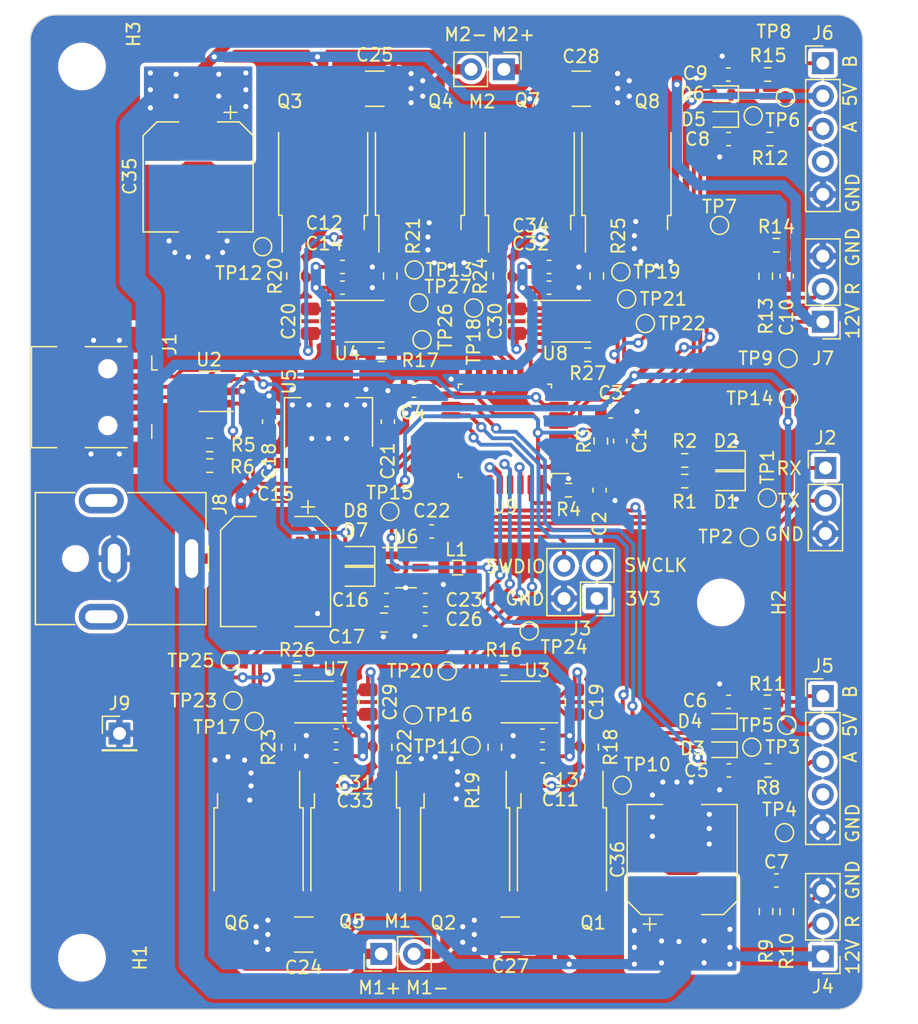
<source format=kicad_pcb>
(kicad_pcb (version 20221018) (generator pcbnew)
  (layers (0 "F.Cu" signal) (31 "B.Cu" signal) (34 "B.Paste" user) (35 "F.Paste" user) (36 "B.SilkS" user "B.Silkscreen") (37 "F.SilkS" user "F.Silkscreen") (38 "B.Mask" user) (39 "F.Mask" user) (44 "Edge.Cuts" user))
  (net 0 "")
  (net 1 "GND")
  (net 2 "+3V3")
  (net 3 "Net-(U3-VB)")
  (net 4 "Net-(U6-SW)")
  (net 5 "+12V")
  (net 6 "VBUS")
  (net 7 "+5V")
  (net 8 "/Main/D-")
  (net 9 "/Main/D+")
  (net 10 "Net-(U6-BST)")
  (net 11 "Net-(M1--)")
  (net 12 "Net-(U4-VB)")
  (net 13 "Net-(M1-+)")
  (net 14 "Net-(U8-VB)")
  (net 15 "Net-(M2-+)")
  (net 16 "Net-(D1-A)")
  (net 17 "Net-(M2--)")
  (net 18 "Net-(U7-VB)")
  (net 19 "Net-(U9-PG10)")
  (net 20 "Net-(D2-A)")
  (net 22 "Net-(J4-Pin_2)")
  (net 23 "/Main/RSPI_RX")
  (net 24 "/Main/RSPI_TX")
  (net 25 "Net-(Q1-G)")
  (net 26 "Net-(Q2-G)")
  (net 27 "Net-(Q3-G)")
  (net 28 "Net-(Q4-G)")
  (net 29 "Net-(Q5-G)")
  (net 30 "Net-(Q6-G)")
  (net 31 "Net-(Q7-G)")
  (net 32 "Net-(Q8-G)")
  (net 33 "Net-(U9-PB8)")
  (net 34 "Net-(U4-HO)")
  (net 35 "Net-(U4-LO)")
  (net 36 "Net-(U4-DT)")
  (net 38 "Net-(U3-DT)")
  (net 39 "Net-(U3-HO)")
  (net 40 "Net-(U3-LO)")
  (net 41 "Net-(U8-HO)")
  (net 42 "Net-(U7-HO)")
  (net 43 "Net-(U7-LO)")
  (net 44 "Net-(U7-DT)")
  (net 45 "/Main/LED1")
  (net 46 "/Main/LED2")
  (net 48 "Net-(U8-LO)")
  (net 49 "Net-(U8-DT)")
  (net 51 "/Main/SWCLK")
  (net 52 "/Main/SWDIO")
  (net 53 "/Main/ENCODER1_A")
  (net 54 "/Main/ENCODER1_B")
  (net 55 "/Main/ENCODER2_A")
  (net 56 "/Main/ENCODER2_B")
  (net 57 "/Main/REF_MOT2")
  (net 58 "/Main/REF_MOT1")
  (net 59 "/Main/USB_DP")
  (net 60 "/Main/USB_DM")
  (net 61 "/Main/ENCODER1_A_OUT")
  (net 62 "/Main/ENCODER1_B_OUT")
  (net 63 "/Main/ENCODER2_A_OUT")
  (net 64 "/Main/ENCODER2_B_OUT")
  (net 65 "/Main/VUSB")
  (net 69 "IN_MOT_CH1L")
  (net 70 "IN_MOT_CH1R")
  (net 71 "EN_MOT_CH1L")
  (net 72 "EN_MOT_CH2L")
  (net 73 "IN_MOT_CH2R")
  (net 74 "EN_MOT_CH2R")
  (net 75 "EN_MOT_CH1R")
  (net 76 "IN_MOT_CH2L")
  (net 78 "Net-(J7-Pin_2)")
  (net 79 "+12VA")
  (footprint "LED_SMD:LED_0603_1608Metric" (layer "F.Cu") (at 136.4 94.1 180)
    (fp_text reference "D1")
    (fp_text value "LED_R")
  )
  (footprint "Connector_PinHeader_2.54mm:PinHeader_1x03_P2.54mm_Vertical" (layer "F.Cu") (at 143.9 130.9 180)
    (fp_text reference "J4")
    (fp_text value "Reference switch 1")
  )
  (footprint "Connector_PinHeader_2.54mm:PinHeader_1x03_P2.54mm_Vertical" (layer "F.Cu") (at 143.9 81.76 180)
    (fp_text reference "J7")
    (fp_text value "Reference switch 2")
  )
  (footprint "Capacitor_SMD:C_0603_1608Metric" (layer "F.Cu") (at 106.186451 113.805292)
    (fp_text reference "C31")
    (fp_text value "100n")
  )
  (footprint "Resistor_SMD:R_0603_1608Metric" (layer "F.Cu") (at 96.4 91.3)
    (fp_text reference "R5")
    (fp_text value "10k")
  )
  (footprint "TestPoint:TestPoint_Pad_D1.0mm" (layer "F.Cu") (at 138.2 98.45)
    (fp_text reference "TP2")
    (fp_text value "UART_TX")
  )
  (footprint "Package_QFP:LQFP-32_7x7mm_P0.8mm" (layer "F.Cu") (at 119.27 90.205 180)
    (fp_text reference "U9")
    (fp_text value "STM32G431K8Tx")
  )
  (footprint "TestPoint:TestPoint_Pad_D1.0mm" (layer "F.Cu") (at 99.85 112.7)
    (fp_text reference "TP17")
    (fp_text value "GL_CH1R")
  )
  (footprint "Diode_SMD:D_SOD-523" (layer "F.Cu") (at 136.1 64.1 180)
    (fp_text reference "D6")
    (fp_text value "MM5Z3V3")
  )
  (footprint "Capacitor_SMD:C_0603_1608Metric" (layer "F.Cu") (at 122.6875 79.12 180)
    (fp_text reference "C32")
    (fp_text value "100n")
  )
  (footprint "Package_TO_SOT_SMD:TSOT-23-6" (layer "F.Cu") (at 111.6 100.8)
    (fp_text reference "U6")
    (fp_text value "AP63203WU")
  )
  (footprint "Resistor_SMD:R_0603_1608Metric" (layer "F.Cu") (at 109.6875 84.32 180)
    (fp_text reference "R17")
    (fp_text value "10k")
  )
  (footprint "Capacitor_SMD:C_0603_1608Metric" (layer "F.Cu") (at 122.6875 77.52 180)
    (fp_text reference "C34")
    (fp_text value "1u")
  )
  (footprint "Connector_PinHeader_2.54mm:PinHeader_1x05_P2.54mm_Vertical" (layer "F.Cu") (at 143.9 110.74)
    (fp_text reference "J5")
    (fp_text value "ENCODER 1")
  )
  (footprint "LED_SMD:LED_0603_1608Metric" (layer "F.Cu") (at 136.4 92.5 180)
    (fp_text reference "D2")
    (fp_text value "LED_G")
  )
  (footprint "Resistor_SMD:R_0603_1608Metric" (layer "F.Cu") (at 109.986451 114.705292 90)
    (fp_text reference "R22")
    (fp_text value "22")
  )
  (footprint "TestPoint:TestPoint_Pad_D1.0mm" (layer "F.Cu") (at 139.6 95.4)
    (fp_text reference "TP1")
    (fp_text value "UART_RX")
  )
  (footprint "Diode_SMD:D_SOD-523" (layer "F.Cu") (at 136 114.9 180)
    (fp_text reference "D3")
    (fp_text value "MM5Z3V3")
  )
  (footprint "TestPoint:TestPoint_Pad_D1.0mm" (layer "F.Cu") (at 130.15 81.9)
    (fp_text reference "TP22")
    (fp_text value "IN_CH2R")
  )
  (footprint "Capacitor_SMD:CP_Elec_8x10" (layer "F.Cu") (at 133 123.4 90)
    (fp_text reference "C36")
    (fp_text value "330u")
  )
  (footprint "Capacitor_SMD:C_0603_1608Metric" (layer "F.Cu") (at 122.186451 113.805292)
    (fp_text reference "C13")
    (fp_text value "100n")
  )
  (footprint "Connector_PinHeader_2.54mm:PinHeader_1x01_P2.54mm_Vertical" (layer "F.Cu") (at 89.41 113.64)
    (fp_text reference "J9")
    (fp_text value "GND")
  )
  (footprint "TestPoint:TestPoint_Pad_D1.0mm" (layer "F.Cu") (at 128.25 77.9)
    (fp_text reference "TP19")
    (fp_text value "GL_CH2R")
  )
  (footprint "Resistor_SMD:R_0603_1608Metric" (layer "F.Cu") (at 125.6875 84.32 180)
    (fp_text reference "R27")
    (fp_text value "10k")
  )
  (footprint "Capacitor_SMD:CP_Elec_8x10" (layer "F.Cu") (at 101.5 101.1 -90)
    (fp_text reference "C15")
    (fp_text value "330u")
  )
  (footprint "Capacitor_SMD:C_0603_1608Metric" (layer "F.Cu") (at 128.2 91 -90)
    (fp_text reference "C1")
    (fp_text value "100n")
  )
  (footprint "Capacitor_SMD:C_0603_1608Metric" (layer "F.Cu") (at 122.186451 115.405292)
    (fp_text reference "C11")
    (fp_text value "1u")
  )
  (footprint "TestPoint:TestPoint_Pad_D1.0mm" (layer "F.Cu") (at 140.93 121.32)
    (fp_text reference "TP4")
    (fp_text value "REF_MOT1")
  )
  (footprint "Capacitor_SMD:C_0603_1608Metric" (layer "F.Cu") (at 106.186451 115.405292)
    (fp_text reference "C33")
    (fp_text value "1u")
  )
  (footprint "Package_SO:MSOP-10-1EP_3x3mm_P0.5mm_EP1.68x1.88mm" (layer "F.Cu") (at 108.3875 81.72)
    (fp_text reference "U4")
    (fp_text value "DGD0506A")
  )
  (footprint "Resistor_SMD:R_0603_1608Metric" (layer "F.Cu") (at 139.8 67.62 180)
    (fp_text reference "R12")
    (fp_text value "10k")
  )
  (footprint "Capacitor_SMD:C_1210_3225Metric" (layer "F.Cu") (at 119.686451 129.205292)
    (fp_text reference "C27")
    (fp_text value "10u")
  )
  (footprint "Package_TO_SOT_SMD:TO-252-2" (layer "F.Cu") (at 112.6875 70.22 90)
    (fp_text reference "Q4")
    (fp_text value "DMN10H220L")
  )
  (footprint "Capacitor_SMD:C_1210_3225Metric" (layer "F.Cu") (at 103.686451 129.205292)
    (fp_text reference "C24")
    (fp_text value "10u")
  )
  (footprint "Resistor_SMD:R_0603_1608Metric" (layer "F.Cu") (at 133.2 92.5)
    (fp_text reference "R2")
    (fp_text value "240")
  )
  (footprint "TestPoint:TestPoint_Pad_D1.0mm" (layer "F.Cu") (at 138.5 65.82)
    (fp_text reference "TP6")
    (fp_text value "ENCODER2_A")
  )
  (footprint "Package_TO_SOT_SMD:SOT-23-6" (layer "F.Cu") (at 96.4 87.15 180)
    (fp_text reference "U2")
    (fp_text value "USBLC6-2SC6")
  )
  (footprint "Capacitor_SMD:C_0805_2012Metric" (layer "F.Cu") (at 104.1875 81.72 90)
    (fp_text reference "C20")
    (fp_text value "1000p")
  )
  (footprint "Capacitor_SMD:C_0603_1608Metric" (layer "F.Cu") (at 136.6 67.62 180)
    (fp_text reference "C8")
    (fp_text value "1n")
  )
  (footprint "Resistor_SMD:R_0603_1608Metric" (layer "F.Cu") (at 102.486451 114.705292 -90)
    (fp_text reference "R23")
    (fp_text value "22")
  )
  (footprint "Capacitor_SMD:C_0603_1608Metric" (layer "F.Cu") (at 113.1 104.8)
    (fp_text reference "C26")
    (fp_text value "22u")
  )
  (footprint "MountingHole:MountingHole_3.2mm_M3" (layer "F.Cu") (at 136 103.5 90)
    (fp_text reference "H2")
    (fp_text value "MountingHole")
  )
  (footprint "Package_TO_SOT_SMD:TO-252-2" (layer "F.Cu") (at 128.6875 70.22 90)
    (fp_text reference "Q8")
    (fp_text value "DMN10H220L")
  )
  (footprint "Package_TO_SOT_SMD:TO-252-2" (layer "F.Cu") (at 100.186451 122.705292 -90)
    (fp_text reference "Q6")
    (fp_text value "DMN10H220L")
  )
  (footprint "Resistor_SMD:R_0603_1608Metric" (layer "F.Cu") (at 140.3 75.835)
    (fp_text reference "R14")
    (fp_text value "1k")
  )
  (footprint "MountingHole:MountingHole_3.2mm_M3" (layer "F.Cu") (at 86.5 62 90)
    (fp_text reference "H3")
    (fp_text value "MountingHole")
  )
  (footprint "Capacitor_SMD:C_0805_2012Metric" (layer "F.Cu") (at 124.686451 111.205292 -90)
    (fp_text reference "C19")
    (fp_text value "1000p")
  )
  (footprint "Package_TO_SOT_SMD:TO-252-2" (layer "F.Cu") (at 107.686451 122.705292 -90)
    (fp_text reference "Q5")
    (fp_text value "DMN10H220L")
  )
  (footprint "Resistor_SMD:R_0603_1608Metric" (layer "F.Cu") (at 96.4 92.9)
    (fp_text reference "R6")
    (fp_text value "15k")
  )
  (footprint "TestPoint:TestPoint_Pad_D1.0mm" (layer "F.Cu") (at 121.15 105.7)
    (fp_text reference "TP24")
    (fp_text value "IN_CH2R")
  )
  (footprint "Package_TO_SOT_SMD:TO-252-2" (layer "F.Cu") (at 121.1875 70.22 90)
    (fp_text reference "Q7")
    (fp_text value "DMN10H220L")
  )
  (footprint "Resistor_SMD:R_0603_1608Metric" (layer "F.Cu") (at 126.3875 78.22 90)
    (fp_text reference "R25")
    (fp_text value "22")
  )
  (footprint "Diode_SMD:D_SOD-523" (layer "F.Cu") (at 136.1 66.1 180)
    (fp_text reference "D5")
    (fp_text value "MM5Z3V3")
  )
  (footprint "Capacitor_SMD:C_0603_1608Metric" (layer "F.Cu") (at 113.6 98 180)
    (fp_text reference "C22")
    (fp_text value "100n")
  )
  (footprint "Capacitor_SMD:C_0603_1608Metric" (layer "F.Cu") (at 140.3 125.02)
    (fp_text reference "C7")
    (fp_text value "100n")
  )
  (footprint "Package_SO:MSOP-10-1EP_3x3mm_P0.5mm_EP1.68x1.88mm" (layer "F.Cu") (at 124.3875 81.72)
    (fp_text reference "U8")
    (fp_text value "DGD0506A")
  )
  (footprint "TestPoint:TestPoint_Pad_D1.0mm" (layer "F.Cu") (at 141.1 113)
    (fp_text reference "TP5")
    (fp_text value "ENCODER1_B")
  )
  (footprint "Package_TO_SOT_SMD:TO-252-2" (layer "F.Cu") (at 116.186451 122.705292 -90)
    (fp_text reference "Q2")
    (fp_text value "DMN10H220L")
  )
  (footprint "MountingHole:MountingHole_3.2mm_M3" (layer "F.Cu") (at 86.5 131 90)
    (fp_text reference "H1")
    (fp_text value "MountingHole")
  )
  (footprint "Package_SO:MSOP-10-1EP_3x3mm_P0.5mm_EP1.68x1.88mm" (layer "F.Cu") (at 104.486451 111.205292 180)
    (fp_text reference "U7")
    (fp_text value "DGD0506A")
  )
  (footprint "Resistor_SMD:R_0603_1608Metric" (layer "F.Cu") (at 102.8875 78.22 -90)
    (fp_text reference "R20")
    (fp_text value "22")
  )
  (footprint "TestPoint:TestPoint_Pad_D1.0mm" (layer "F.Cu") (at 98 108.05)
    (fp_text reference "TP25")
    (fp_text value "IN_CH2R")
  )
  (footprint "Resistor_SMD:R_0603_1608Metric" (layer "F.Cu") (at 133.2 94.1)
    (fp_text reference "R1")
    (fp_text value "240")
  )
  (footprint "Capacitor_SMD:CP_Elec_8x10" (layer "F.Cu") (at 95.5 70.55 -90)
    (fp_text reference "C35")
    (fp_text value "330u")
  )
  (footprint "Resistor_SMD:R_0603_1608Metric" (layer "F.Cu") (at 126.7 91 -90)
    (fp_text reference "R3")
    (fp_text value "100k")
  )
  (footprint "Resistor_SMD:R_0603_1608Metric" (layer "F.Cu") (at 141.1 127.445 90)
    (fp_text reference "R10")
    (fp_text value "1k")
  )
  (footprint "TestPoint:TestPoint_Pad_D1.0mm" (layer "F.Cu") (at 112.25 77.75)
    (fp_text reference "TP13")
    (fp_text value "GL_CH2L")
  )
  (footprint "Diode_SMD:D_0603_1608Metric" (layer "F.Cu") (at 107.7 101.5 180)
    (fp_text reference "D7")
    (fp_text value "SD0603")
  )
  (footprint "Capacitor_SMD:C_0603_1608Metric" (layer "F.Cu") (at 101 89.5 90)
    (fp_text reference "C18")
    (fp_text value "100n")
  )
  (footprint "Connector_PinHeader_2.54mm:PinHeader_2x02_P2.54mm_Vertical" (layer "F.Cu") (at 126.39 103.19 180)
    (fp_text reference "J3")
    (fp_text value "SWD")
  )
  (footprint "Capacitor_SMD:C_0603_1608Metric" (layer "F.Cu") (at 126.6 94.8 90)
    (fp_text reference "C2")
    (fp_text value "100n")
  )
  (footprint "Inductor_SMD:L_0805_2012Metric" (layer "F.Cu") (at 115.6 100.8)
    (fp_text reference "L1")
    (fp_text value "3.3u")
  )
  (footprint "Resistor_SMD:R_0603_1608Metric" (layer "F.Cu") (at 139.65 116.5 180)
    (fp_text reference "R8")
    (fp_text value "10k")
  )
  (footprint "Capacitor_SMD:C_0603_1608Metric" (layer "F.Cu") (at 110.2 89.5 90)
    (fp_text reference "C21")
    (fp_text value "100n")
  )
  (footprint "Capacitor_SMD:C_0805_2012Metric" (layer "F.Cu") (at 120.1875 81.72 90)
    (fp_text reference "C30")
    (fp_text value "1000p")
  )
  (footprint "TestPoint:TestPoint_Pad_D1.0mm" (layer "F.Cu") (at 114.8 108.8)
    (fp_text reference "TP20")
    (fp_text value "IN_CH2R")
  )
  (footprint "Package_TO_SOT_SMD:SOT-223-3_TabPin2" (layer "F.Cu") (at 105.6 89.55 90)
    (fp_text reference "U5")
    (fp_text value "LM2937IMP5")
  )
  (footprint "TestPoint:TestPoint_Pad_D1.0mm" (layer "F.Cu") (at 141.2 84.6)
    (fp_text reference "TP9")
    (fp_text value "12V")
  )
  (footprint "Connector_PinHeader_2.54mm:PinHeader_1x02_P2.54mm_Vertical" (layer "F.Cu") (at 109.686451 130.705292 90)
    (fp_text reference "M1")
    (fp_text value "Motor_DC")
  )
  (footprint "Connector_PinHeader_2.54mm:PinHeader_1x05_P2.54mm_Vertical" (layer "F.Cu") (at 143.9 61.74)
    (fp_text reference "J6")
    (fp_text value "ENCODER 2")
  )
  (footprint "Capacitor_SMD:C_0603_1608Metric" (layer "F.Cu") (at 112.225 87.1)
    (fp_text reference "C4")
    (fp_text value "100n")
  )
  (footprint "TestPoint:TestPoint_Pad_D1.0mm" (layer "F.Cu") (at 135.9 74.3)
    (fp_text reference "TP7")
    (fp_text value "REF_MOT2")
  )
  (footprint "TestPoint:TestPoint_Pad_D1.0mm" (layer "F.Cu") (at 100.5 75.95)
    (fp_text reference "TP12")
    (fp_text value "GH_CH2L")
  )
  (footprint "TestPoint:TestPoint_Pad_D1.0mm" (layer "F.Cu") (at 116.85 80.7)
    (fp_text reference "TP18")
    (fp_text value "GH_CH2R")
  )
  (footprint "Resistor_SMD:R_0603_1608Metric" (layer "F.Cu") (at 110.3875 78.22 90)
    (fp_text reference "R21")
    (fp_text value "22")
  )
  (footprint "TestPoint:TestPoint_Pad_D1.0mm" (layer "F.Cu") (at 112.15 112.2)
    (fp_text reference "TP16")
    (fp_text value "GH_CH1R")
  )
  (footprint "TestPoint:TestPoint_Pad_D1.0mm" (layer "F.Cu") (at 110.35 96.45)
    (fp_text reference "TP15")
    (fp_text value "3.3V")
  )
  (footprint "TestPoint:TestPoint_Pad_D1.0mm" (layer "F.Cu") (at 116.65 114.6)
    (fp_text reference "TP11")
    (fp_text value "GL_CH1L")
  )
  (footprint "Diode_SMD:D_SOD-523" (layer "F.Cu") (at 136 112.7 180)
    (fp_text reference "D4")
    (fp_text value "MM5Z3V3")
  )
  (footprint "Resistor_SMD:R_0603_1608Metric" (layer "F.Cu") (at 139.5 127.42 90)
    (fp_text reference "R9")
    (fp_text value "3.3k")
  )
  (footprint "Resistor_SMD:R_0603_1608Metric" (layer "F.Cu") (at 139.475 78.235 90)
    (fp_text reference "R13")
    (fp_text value "3.3k")
  )
  (footprint "Connector_PinHeader_2.54mm:PinHeader_1x02_P2.54mm_Vertical" (layer "F.Cu") (at 119.1875 62.22 -90)
    (fp_text reference "M2")
    (fp_text value "Motor_DC")
  )
  (footprint "Connector_BarrelJack:BarrelJack_CUI_PJ-063AH_Horizontal" (layer "F.Cu") (at 95 100.1 -90)
    (fp_text reference "J8")
    (fp_text value "Jack-DC")
  )
  (footprint "Capacitor_SMD:C_0603_1608Metric" (layer "F.Cu") (at 127.475 88.7 180)
    (fp_text reference "C3")
    (fp_text value "100n")
  )
  (footprint "Capacitor_SMD:C_1210_3225Metric" (layer "F.Cu") (at 125.1875 63.72 180)
    (fp_text reference "C28")
    (fp_text value "10u")
  )
  (footprint "Capacitor_SMD:C_0603_1608Metric" (layer "F.Cu") (at 136.625 116.5 180)
    (fp_text reference "C5")
    (fp_text value "1n")
  )
  (footprint "Capacitor_SMD:C_0805_2012Metric" (layer "F.Cu") (at 109.9 105.05)
    (fp_text reference "C17")
    (fp_text value "10u")
  )
  (footprint "Diode_SMD:D_0603_1608Metric" (layer "F.Cu") (at 107.7 99.9 180)
    (fp_text reference "D8")
    (fp_text value "SD0603")
  )
  (footprint "Resistor_SMD:R_0603_1608Metric" (layer "F.Cu") (at 118.486451 114.705292 -90)
    (fp_text reference "R19")
    (fp_text value "22")
  )
  (footprint "Capacitor_SMD:C_0603_1608Metric" (layer "F.Cu") (at 136.6 111.19 180)
    (fp_text reference "C6")
    (fp_text value "1n")
  )
  (footprint "Resistor_SMD:R_0603_1608Metric" (layer "F.Cu") (at 124.2 94.8)
    (fp_text reference "R4")
    (fp_text value "100k")
  )
  (footprint "TestPoint:TestPoint_Pad_D1.0mm" (layer "F.Cu") (at 141 64.4)
    (fp_text reference "TP8")
    (fp_text value "ENCODER2_B")
  )
  (footprint "TestPoint:TestPoint_Pad_D1.0mm" (layer "F.Cu") (at 98.2 111.1)
    (fp_text reference "TP23")
    (fp_text value "IN_CH2R")
  )
  (footprint "Resistor_SMD:R_0603_1608Metric" (layer "F.Cu") (at 119.186451 108.605292)
    (fp_text reference "R16")
    (fp_text value "10k")
  )
  (footprint "TestPoint:TestPoint_Pad_D1.0mm" (layer "F.Cu") (at 112.85 83.15)
    (fp_text reference "TP26")
    (fp_text value "IN_CH2R")
  )
  (footprint "Resistor_SMD:R_0603_1608Metric" (layer "F.Cu") (at 139.6 111.19 180)
    (fp_text reference "R11")
    (fp_text value "10k")
  )
  (footprint "Capacitor_SMD:C_0805_2012Metric" (layer "F.Cu") (at 108.686451 111.205292 -90)
    (fp_text reference "C29")
    (fp_text value "1000p")
  )
  (footprint "Capacitor_SMD:C_0603_1608Metric" (layer "F.Cu") (at 110.1 103.3)
    (fp_text reference "C16")
    (fp_text value "100n")
  )
  (footprint "TestPoint:TestPoint_Pad_D1.0mm" (layer "F.Cu") (at 138.4 114.7)
    (fp_text reference "TP3")
    (fp_text value "ENCODER1_A")
  )
  (footprint "Resistor_SMD:R_0603_1608Metric" (layer "F.Cu") (at 125.986451 114.705292 90)
    (fp_text reference "R18")
    (fp_text value "22")
  )
  (footprint "Capacitor_SMD:C_0603_1608Metric" (layer "F.Cu") (at 136.575 62.62 180)
    (fp_text reference "C9")
    (fp_text value "1n")
  )
  (footprint "Resistor_SMD:R_0603_1608Metric" (layer "F.Cu") (at 103.186451 108.605292)
    (fp_text reference "R26")
    (fp_text value "10k")
  )
  (footprint "Connector_USB:USB_Mini-B_Lumberg_2486_01_Horizontal" (layer "F.Cu") (at 88.5 87.6 -90)
    (fp_text reference "J1")
    (fp_text value "USB_B_Micro")
  )
  (footprint "Capacitor_SMD:C_0603_1608Metric" (layer "F.Cu") (at 113.1 103.3)
    (fp_text reference "C23")
    (fp_text value "22u")
  )
  (footprint "TestPoint:TestPoint_Pad_D1.0mm" (layer "F.Cu") (at 141.25 87.7)
    (fp_text reference "TP14")
    (fp_text value "5V")
  )
  (footprint "TestPoint:TestPoint_Pad_D1.0mm" (layer "F.Cu") (at 128.35 117.65)
    (fp_text reference "TP10")
    (fp_text value "GH_CH1L")
  )
  (footprint "Resistor_SMD:R_0603_1608Metric" (layer "F.Cu") (at 139.625 62.62 180)
    (fp_text reference "R15")
    (fp_text value "10k")
  )
  (footprint "TestPoint:TestPoint_Pad_D1.0mm" (layer "F.Cu") (at 112.6 80.3)
    (fp_text reference "TP27")
    (fp_text value "IN_CH2R")
  )
  (footprint "TestPoint:TestPoint_Pad_D1.0mm" (layer "F.Cu") (at 128.7 80)
    (fp_text reference "TP21")
    (fp_text value "IN_CH2R")
  )
  (footprint "Capacitor_SMD:C_0603_1608Metric" (layer "F.Cu") (at 106.6875 79.12 180)
    (fp_text reference "C14")
    (fp_text value "100n")
  )
  (footprint "Capacitor_SMD:C_0603_1608Metric" (layer "F.Cu") (at 106.6875 77.52 180)
    (fp_text reference "C12")
    (fp_text value "1u")
  )
  (footprint "Connector_PinHeader_2.54mm:PinHeader_1x03_P2.54mm_Vertical" (layer "F.Cu") (at 144.1 93.08)
    (fp_text reference "J2")
    (fp_text value "Raspberry PI UART")
  )
  (footprint "Capacitor_SMD:C_0603_1608Metric" (layer "F.Cu") (at 141.1 78.235 90)
    (fp_text reference "C10")
    (fp_text value "100n")
  )
  (footprint "Package_SO:MSOP-10-1EP_3x3mm_P0.5mm_EP1.68x1.88mm" (layer "F.Cu") (at 120.486451 111.205292 180)
    (fp_text reference "U3")
    (fp_text value "DGD0506A")
  )
  (footprint "Package_TO_SOT_SMD:TO-252-2" (layer "F.Cu") (at 123.686451 122.705292 -90)
    (fp_text reference "Q1")
    (fp_text value "DMN10H220L")
  )
  (footprint "Capacitor_SMD:C_1210_3225Metric" (layer "F.Cu") (at 109.1875 63.72 180)
    (fp_text reference "C25")
    (fp_text value "10u")
  )
  (footprint "Package_TO_SOT_SMD:TO-252-2" (layer "F.Cu") (at 105.1875 70.22 90)
    (fp_text reference "Q3")
    (fp_text value "DMN10H220L")
  )
  (footprint "Resistor_SMD:R_0603_1608Metric" (layer "F.Cu") (at 118.8875 78.22 -90)
    (fp_text reference "R24")
    (fp_text value "22")
  )
  (gr_arc (start 82.5 60) (mid 83.085786 58.585786) (end 84.5 58) (stroke (width 0.1)) (layer "Edge.Cuts"))
  (gr_line (start 145 58) (end 84.5 58) (stroke (width 0.1)) (layer "Edge.Cuts"))
  (gr_line (start 147 133) (end 147 60) (stroke (width 0.1)) (layer "Edge.Cuts"))
  (gr_line (start 82.5 60) (end 82.5 133) (stroke (width 0.1)) (layer "Edge.Cuts"))
  (gr_arc (start 84.5 135) (mid 83.085786 134.414214) (end 82.5 133) (stroke (width 0.1)) (layer "Edge.Cuts"))
  (gr_line (start 84.5 135) (end 145 135) (stroke (width 0.1)) (layer "Edge.Cuts"))
  (gr_arc (start 145 58) (mid 146.414214 58.585786) (end 147 60) (stroke (width 0.1)) (layer "Edge.Cuts"))
  (gr_arc (start 147 133) (mid 146.414214 134.414214) (end 145 135) (stroke (width 0.1)) (layer "Edge.Cuts"))
  (gr_text "M2+" (at 121.7 60.1) (layer "F.SilkS") (effects (font (size 1 1)) (justify right bottom)))
  (gr_text "RX" (at 140.2 93.7) (layer "F.SilkS") (effects (font (size 1 1)) (justify left bottom)))
  (gr_text "12V" (at 146.8 83.2 90) (layer "F.SilkS") (effects (font (size 1 1)) (justify left bottom)))
  (gr_text "GND" (at 119.2 103.8) (layer "F.SilkS") (effects (font (size 1 1)) (justify left bottom)))
  (gr_text "GND" (at 146.8 73.4 90) (layer "F.SilkS") (effects (font (size 1 1)) (justify left bottom)))
  (gr_text "GND" (at 146.8 126.6 90) (layer "F.SilkS") (effects (font (size 1 1)) (justify left bottom)))
  (gr_text "5V" (at 146.6 65.2 90) (layer "F.SilkS") (effects (font (size 1 1)) (justify left bottom)))
  (gr_text "R" (at 146.8 128.8 90) (layer "F.SilkS") (effects (font (size 1 1)) (justify left bottom)))
  (gr_text "GND" (at 146.8 77.6 90) (layer "F.SilkS") (effects (font (size 1 1)) (justify left bottom)))
  (gr_text "12V" (at 146.8 132.4 90) (layer "F.SilkS") (effects (font (size 1 1)) (justify left bottom)))
  (gr_text "3V3" (at 128.5 103.8) (layer "F.SilkS") (effects (font (size 1 1)) (justify left bottom)))
  (gr_text "M1-" (at 111.5 133.9) (layer "F.SilkS") (effects (font (size 1 1)) (justify left bottom)))
  (gr_text "M1+" (at 107.8 133.9) (layer "F.SilkS") (effects (font (size 1 1)) (justify left bottom)))
  (gr_text "GND" (at 139.3 98.8) (layer "F.SilkS") (effects (font (size 1 1)) (justify left bottom)))
  (gr_text "5V" (at 146.6 114 90) (layer "F.SilkS") (effects (font (size 1 1)) (justify left bottom)))
  (gr_text "R" (at 146.8 79.8 90) (layer "F.SilkS") (effects (font (size 1 1)) (justify left bottom)))
  (gr_text "A" (at 146.6 67.2 90) (layer "F.SilkS") (effects (font (size 1 1)) (justify left bottom)))
  (gr_text "B" (at 146.6 111 90) (layer "F.SilkS") (effects (font (size 1 1)) (justify left bottom)))
  (gr_text "GND" (at 146.8 122.2 90) (layer "F.SilkS") (effects (font (size 1 1)) (justify left bottom)))
  (gr_text "A" (at 146.6 116 90) (layer "F.SilkS") (effects (font (size 1 1)) (justify left bottom)))
  (gr_text "B" (at 146.6 62.2 90) (layer "F.SilkS") (effects (font (size 1 1)) (justify left bottom)))
  (gr_text "SWCLK" (at 128.4 101.2) (layer "F.SilkS") (effects (font (size 1 1)) (justify left bottom)))
  (gr_text "SWDIO" (at 117.7 101.3) (layer "F.SilkS") (effects (font (size 1 1)) (justify left bottom)))
  (gr_text "M2-" (at 118 60.1) (layer "F.SilkS") (effects (font (size 1 1)) (justify right bottom)))
  (gr_text "TX" (at 140.3 96.2) (layer "F.SilkS") (effects (font (size 1 1)) (justify left bottom)))
  (segment (start 108.8625 85.6625) (end 109.6 86.4) (width 0.3) (layer "F.Cu") (net 1))
  (segment (start 87.35 83.15) (end 87.4 83.2) (width 0.3) (layer "F.Cu") (net 1))
  (segment (start 114.1 102.1) (end 114.5 102.1) (width 0.3) (layer "F.Cu") (net 1))
  (segment (start 108.898541 81.22) (end 108.398541 81.72) (width 0.3) (layer "F.Cu") (net 1))
  (segment (start 123.4975 79.12) (end 124.998541 79.12) (width 0.3) (layer "F.Cu") (net 1))
  (segment (start 107.4975 79.12) (end 108.998541 79.12) (width 0.3) (layer "F.Cu") (net 1))
  (segment (start 91.2 89.2) (end 91.2 90.2) (width 0.3) (layer "F.Cu") (net 1))
  (segment (start 134.5 64.1) (end 134.4 64) (width 0.3) (layer "F.Cu") (net 1))
  (segment (start 105.6 86.4) (end 109.6 86.4) (width 0.3) (layer "F.Cu") (net 1))
  (segment (start 112.325 103.3) (end 112.325 102.675) (width 0.3) (layer "F.Cu") (net 1))
  (segment (start 135.8 61.5) (end 136.1 61.2) (width 0.3) (layer "F.Cu") (net 1))
  (segment (start 101.5 104.35) (end 104.75 104.35) (width 0.5) (layer "F.Cu") (net 1))
  (segment (start 104.75 104.35) (end 105.15 104.35) (width 0.5) (layer "F.Cu") (net 1))
  (segment (start 89.5 100.1) (end 91.5 100.1) (width 0.5) (layer "F.Cu") (net 1))
  (segment (start 122.1 94.375) (end 122.475 94.375) (width 0.3) (layer "F.Cu") (net 1))
  (segment (start 134.4 64) (end 134.1 63.7) (width 0.3) (layer "F.Cu") (net 1))
  (segment (start 135.4 66.5) (end 135.825 66.925) (width 0.3) (layer "F.Cu") (net 1))
  (segment (start 92.1 103.5) (end 92.95 104.35) (width 0.5) (layer "F.Cu") (net 1))
  (segment (start 97.861451 115.490292) (end 97.816451 115.445292) (width 0.8) (layer "F.Cu") (net 1))
  (segment (start 112.7375 102.2625) (end 112.7375 101.75) (width 0.3) (layer "F.Cu") (net 1))
  (segment (start 122.475 94.375) (end 122.9 94.8) (width 0.3) (layer "F.Cu") (net 1))
  (segment (start 112.1 106.3) (end 112.3 106.1) (width 0.3) (layer "F.Cu") (net 1))
  (segment (start 104.011451 109.511451) (end 104.486451 109.986451) (width 0.3) (layer "F.Cu") (net 1))
  (segment (start 142.68 76.68) (end 143.9 76.68) (width 0.3) (layer "F.Cu") (net 1))
  (segment (start 107.1 106.3) (end 109.7 106.3) (width 0.5) (layer "F.Cu") (net 1))
  (segment (start 97.861451 117.655292) (end 97.861451 115.490292) (width 0.8) (layer "F.Cu") (net 1))
  (segment (start 87.4 83.2) (end 87.45 83.15) (width 0.3) (layer "F.Cu") (net 1))
  (segment (start 136 109.7) (end 135.9 109.8) (width 0.3) (layer "F.Cu") (net 1))
  (segment (start 108.8625 84.32) (end 108.8625 85.6625) (width 0.3) (layer "F.Cu") (net 1))
  (segment (start 135.85 115.95) (end 135.85 116.5) (width 0.3) (layer "F.Cu") (net 1))
  (segment (start 107.8195 84.32) (end 107.6 84.1005) (width 0.3) (layer "F.Cu") (net 1))
  (segment (start 143.78 125.82) (end 143.9 125.82) (width 0.3) (layer "F.Cu") (net 1))
  (segment (start 123.4975 79.12) (end 123.4975 77.52) (width 0.3) (layer "F.Cu") (net 1))
  (segment (start 105.386451 113.795292) (end 103.88541 113.795292) (width 0.3) (layer "F.Cu") (net 1))
  (segment (start 124.898541 81.22) (end 124.398541 81.72) (width 0.3) (layer "F.Cu") (net 1))
  (segment (start 126.6 95.575) (end 127.775 95.575) (width 0.3) (layer "F.Cu") (net 1))
  (segment (start 104.461451 112.095292) (end 104.461451 111.195292) (width 0.3) (layer "F.Cu") (net 1))
  (segment (start 103.986451 111.705292) (end 104.486451 111.205292) (width 0.3) (layer "F.Cu") (net 1))
  (segment (start 135.825 111.19) (end 135.825 109.875) (width 0.3) (layer "F.Cu") (net 1))
  (segment (start 120.486451 110.105292) (end 120.486451 111.205292) (width 0.3) (layer "F.Cu") (net 1))
  (segment (start 110.875 103.3) (end 111.7 103.3) (width 0.3) (layer "F.Cu") (net 1))
  (segment (start 123.6 93.9) (end 124.2 93.9) (width 0.3) (layer "F.Cu") (net 1))
  (segment (start 128.2 90.225) (end 128.2 88.75) (width 0.3) (layer "F.Cu") (net 1))
  (segment (start 123.375 94.8) (end 123.375 94.125) (width 0.3) (layer "F.Cu") (net 1))
  (segment (start 116.311451 129.205292) (end 116.261451 129.255292) (width 0.8) (layer "F.Cu") (net 1))
  (segment (start 89.35 83.15) (end 89.4 83.2) (width 0.3) (layer "F.Cu") (net 1))
  (segment (start 108.8975 84.32) (end 108.8975 83.295) (width 0.3) (layer "F.Cu") (net 1))
  (segment (start 137.1875 91.1125) (end 137.2 91.1) (width 0.3) (layer "F.Cu") (net 1))
  (segment (start 136 118.1) (end 135.9 118) (width 0.3) (layer "F.Cu") (net 1))
  (segment (start 112.325 103.3) (end 112.325 104.8) (width 0.3) (layer "F.Cu") (net 1))
  (segment (start 102.211451 129.205292) (end 100.411451 129.205292) (width 0.8) (layer "F.Cu") (net 1))
  (segment (start 118.36041 111.705292) (end 120.01041 111.705292) (width 0.3) (layer "F.Cu") (net 1))
  (segment (start 110.1 86.9) (end 110.1 87) (width 0.3) (layer "F.Cu") (net 1))
  (segment (start 141.075 125.02) (end 141.075 126.595) (width 0.3) (layer "F.Cu") (net 1))
  (segment (start 103.98541 111.695292) (end 104.48541 111.195292) (width 0.3) (layer "F.Cu") (net 1))
  (segment (start 113.906451 117.665292) (end 113.906451 115.500292) (width 0.8) (layer "F.Cu") (net 1))
  (segment (start 141.125 77.435) (end 141.1 77.46) (width 0.3) (layer "F.Cu") (net 1))
  (segment (start 109.6 86.4) (end 110.1 86.9) (width 0.3) (layer "F.Cu") (net 1))
  (segment (start 91.1 92.05) (end 93.45 92.05) (width 0.3) (layer "F.Cu") (net 1))
  (segment (start 87.2 92) (end 87.25 92.05) (width 0.3) (layer "F.Cu") (net 1))
  (segment (start 102.336451 111.705292) (end 103.986451 111.705292) (width 0.3) (layer "F.Cu") (net 1))
  (segment (start 112.325 102.675) (end 112.7375 102.2625) (width 0.3) (layer "F.Cu") (net 1))
  (segment (start 91.2 90.2) (end 91.1 90.3) (width 0.3) (layer "F.Cu") (net 1))
  (segment (start 108.4225 80.82) (end 108.4225 81.72) (width 0.3) (layer "F.Cu") (net 1))
  (segment (start 118.111451 129.205292) (end 116.311451 129.205292) (width 0.8) (layer "F.Cu") (net 1))
  (segment (start 104.011451 108.605292) (end 104.011451 109.511451) (width 0.3) (layer "F.Cu") (net 1))
  (segment (start 95.575 92.9) (end 94.3 92.9) (width 0.3) (layer "F.Cu") (net 1))
  (segment (start 91.5 100.1) (end 92.1 100.7) (width 0.5) (layer "F.Cu") (net 1))
  (segment (start 135.8 62.62) (end 135.8 61.5) (width 0.3) (layer "F.Cu") (net 1))
  (segment (start 105.15 104.35) (end 107.1 106.3) (width 0.5) (layer "F.Cu") (net 1))
  (segment (start 109.7 106.3) (end 109.85 106.15) (width 0.5) (layer "F.Cu") (net 1))
  (segment (start 128.25 88.7) (end 129.5 88.7) (width 0.3) (layer "F.Cu") (net 1))
  (segment (start 115.275 86.025) (end 115.1 86.2) (width 0.3) (layer "F.Cu") (net 1))
  (segment (start 141.125 75.835) (end 141.835 75.835) (width 0.3) (layer "F.Cu") (net 1))
  (segment (start 127.775 95.575) (end 127.8 95.6) (width 0.3) (layer "F.Cu") (net 1))
  (segment (start 104.486451 109.986451) (end 104.486451 111.205292) (width 0.3) (layer "F.Cu") (net 1))
  (segment (start 123.4975 79.895) (end 124.4225 80.82) (width 0.3) (layer "F.Cu") (net 1))
  (segment (start 135.8 62.62) (end 135.8 63.2) (width 0.3) (layer "F.Cu") (net 1))
  (segment (start 121.411451 113.030292) (end 120.486451 112.105292) (width 0.3) (layer "F.Cu") (net 1))
  (segment (start 111.45 87.1) (end 110.2 87.1) (width 0.3) (layer "F.Cu") (net 1))
  (segment (start 109.85 106.15) (end 110 106.3) (width 0.5) (layer "F.Cu") (net 1))
  (segment (start 116.47 86.03) (end 116.47 85.02) (width 0.3) (layer "F.Cu") (net 1))
  (segment (start 85.65 92.05) (end 87.15 92.05) (width 0.3) (layer "F.Cu") (net 1))
  (segment (start 141.1 126.62) (end 142.98 126.62) (width 0.3) (layer "F.Cu") (net 1))
  (segment (start 105.386451 113.795292) (end 105.386451 115.395292) (width 0.3) (layer "F.Cu") (net 1))
  (segment (start 105.6 90.8) (end 105.6 92.7) (width 0.8) (layer "F.Cu") (net 1))
  (segment (start 87.45 83.15) (end 89.35 83.15) (width 0.3) (layer "F.Cu") (net 1))
  (segment (start 141.075 126.595) (end 141.1 126.62) (width 0.3) (layer "F.Cu") (net 1))
  (segment (start 134.1 63.7) (end 134.1 62.9) (width 0.3) (layer "F.Cu") (net 1))
  (segment (start 87.25 92.05) (end 89.35 92.05) (width 0.3) (layer "F.Cu") (net 1))
  (segment (start 130.9625 77.385) (end 131.0075 77.43) (width 0.8) (layer "F.Cu") (net 1))
  (segment (start 114.9625 75.22) (end 114.9625 77.385) (width 0.8) (layer "F.Cu") (net 1))
  (segment (start 107.4975 79.12) (end 107.4975 79.895) (width 0.3) (layer "F.Cu") (net 1))
  (segment (start 135.85 117.95) (end 135.9 118) (width 0.3) (layer "F.Cu") (net 1))
  (segment (start 121.411451 113.805292) (end 121.411451 113.030292) (width 0.3) (layer "F.Cu") (net 1))
  (segment (start 130.9625 75.22) (end 130.9625 77.385) (width 0.8) (layer "F.Cu") (net 1))
  (segment (start 135.4 63.6) (end 135.4 64.1) (width 0.3) (layer "F.Cu") (net 1))
  (segment (start 105.386451 115.395292) (end 103.88541 115.395292) (width 0.3) (layer "F.Cu") (net 1))
  (segment (start 123.4975 79.12) (end 123.4975 79.895) (width 0.3) (layer "F.Cu") (net 1))
  (segment (start 116.62 84.87) (end 117.9 84.87) (width 0.3) (layer "F.Cu") (net 1))
  (segment (start 111.7 103.3) (end 111.571177 103.171177) (width 0.3) (layer "F.Cu") (net 1))
  (segment (start 110 106.3) (end 110.55 106.3) (width 0.5) (layer "F.Cu") (net 1))
  (segment (start 101 88.725) (end 101 87.5) (width 0.3) (layer "F.Cu") (net 1))
  (segment (start 89.4 83.2) (end 89.45 83.15) (width 0.3) (layer "F.Cu") (net 1))
  (segment (start 108.8625 84.32) (end 107.8195 84.32) (width 0.3) (layer "F.Cu") (net 1))
  (segment (start 102 86.4) (end 101 87.4) (width 0.3) (layer "F.Cu") (net 1))
  (segment (start 97.5 87.15) (end 98.949316 87.15) (width 0.3) (layer "F.Cu") (net 1))
  (segment (start 108.8975 83.295) (end 108.4225 82.82) (width 0.3) (layer "F.Cu") (net 1))
  (segment (start 101 87.4) (end 101 87.5) (width 0.3) (layer "F.Cu") (net 1))
  (segment (start 116.47 85.02) (end 116.62 84.87) (width 0.3) (layer "F.Cu") (net 1))
  (segment (start 104.011451 108.605292) (end 105.305292 108.605292) (width 0.3) (layer "F.Cu") (net 1))
  (segment (start 124.8625 83.4625) (end 124.3875 82.9875) (width 0.3) (layer "F.Cu") (net 1))
  (segment (start 136.28 61.02) (end 136.1 61.2) (width 0.3) (layer "F.Cu") (net 1))
  (segment (start 113.75 101.75) (end 114.1 102.1) (width 0.3) (layer "F.Cu") (net 1))
  (segment (start 135.825 68.925) (end 135.9 69) (width 0.3) (layer "F.Cu") (net 1))
  (segment (start 121.411451 113.805292) (end 121.411451 115.405292) (width 0.3) (layer "F.Cu") (net 1))
  (segment (start 141.835 75.835) (end 142.68 76.68) (width 0.3) (layer "F.Cu") (net 1))
  (segment (start 107.4975 77.52) (end 108.998541 77.52) (width 0.3) (layer "F.Cu") (net 1))
  (segment (start 110.2 88.725) (end 110.2 87.1) (width 0.3) (layer "F.Cu") (net 1))
  (segment (start 85.65 83.15) (end 87.35 83.15) (width 0.3) (layer "F.Cu") (net 1))
  (segment (start 89.35 92.05) (end 89.4 92) (width 0.3) (layer "F.Cu") (net 1))
  (segment (start 126.7125 63.77) (end 128.5125 63.77) (width 0.8) (layer "F.Cu") (net 1))
  (segment (start 110.85 106) (end 110.85 105.05) (width 0.5) (layer "F.Cu") (net 1))
  (segment (start 128.2 90.225) (end 129.475 90.225) (width 0.3) (layer "F.Cu") (net 1))
  (segment (start 107.4975 79.895) (end 108.4225 80.82) (width 0.3) (layer "F.Cu") (net 1))
  (segment (start 137.1875 94.1) (end 137.1875 92.5) (width 0.3) (layer "F.Cu") (net 1))
  (segment (start 120.011451 109.630292) (end 120.486451 110.105292) (width 0.3) (layer "F.Cu") (net 1))
  (segment (start 93.45 92.05) (end 94.3 92.9) (width 0.3) (layer "F.Cu") (net 1))
  (segment (start 120.011451 108.605292) (end 120.011451 109.630292) (width 0.3) (layer "F.Cu") (net 1))
  (segment (start 105.305292 108.605292) (end 105.6 108.9) (width 0.3) (layer "F.Cu") (net 1))
  (segment (start 120.01041 111.705292) (end 120.51041 111.205292) (width 0.3) (layer "F.Cu") (net 1))
  (segment (start 100.411451 129.205292) (end 100.361451 129.255292) (width 0.8) (layer "F.Cu") (net 1))
  (segment (start 136.12 69.22) (end 135.9 69) (width 0.3) (layer "F.Cu") (net 1))
  (segment (start 121.411451 115.405292) (end 119.91041 115.405292) (width 0.3) (layer "F.Cu") (net 1))
  (segment (start 135.3 115.4) (end 135.85 115.95) (width 0.3) (layer "F.Cu") (net 1))
  (segment (start 89.45 92.05) (end 91.1 92.05) (width 0.3) (layer "F.Cu") (net 1))
  (segment (start 114.9625 77.385) (end 115.0075 77.43) (width 0.8) (layer "F.Cu") (net 1))
  (segment (start 89.45 83.15) (end 91.1 83.15) (width 0.3) (layer "F.Cu") (net 1))
  (segment (start 135.825 66.925) (end 135.825 67.62) (width 0.3) (layer "F.Cu") (net 1))
  (segment (start 122.9 94.8) (end 123.375 94.8) (width 0.3) (layer "F.Cu") (net 1))
  (segment (start 105.6 88.4) (end 105.6 90.8) (width 0.8) (layer "F.Cu") (net 1))
  (segment (start 111.571177 102.35423) (end 111.571177 102.028823) (width 0.3) (layer "F.Cu") (net 1))
  (segment (start 124.3875 82.9875) (end 124.3875 81.72) (width 0.3) (layer "F.Cu") (net 1))
  (segment (start 105.386451 113.020292) (end 104.461451 112.095292) (width 0.3) (layer "F.Cu") (net 1))
  (segment (start 111.571177 103.171177) (end 111.571177 102.35423) (width 0.3) (layer "F.Cu") (net 1))
  (segment (start 111.85 101.75) (end 112.7375 101.75) (width 0.3) (layer "F.Cu") (net 1))
  (segment (start 118.07 85.04) (end 118.07 86.03) (width 0.3) (layer "F.Cu") (net 1))
  (segment (start 110.548541 81.22) (end 108.898541 81.22) (width 0.3) (layer "F.Cu") (net 1))
  (segment (start 105.6 88.2) (end 105.6 88.4) (width 0.8) (layer "F.Cu") (net 1))
  (segment (start 137.1875 92.5) (end 137.1875 91.1125) (width 0.3) (layer "F.Cu") (net 1))
  (segment (start 117.9 84.87) (end 118.07 85.04) (width 0.3) (layer "F.Cu") (net 1))
  (segment (start 87.15 92.05) (end 87.2 92) (width 0.3) (layer "F.Cu") (net 1))
  (segment (start 123.375 94.125) (end 123.6 93.9) (width 0.3) (layer "F.Cu") (net 1))
  (segment (start 135.825 109.875) (end 135.9 109.8) (width 0.3) (layer "F.Cu") (net 1))
  (segment (start 89.4 92) (end 89.45 92.05) (width 0.3) (layer "F.Cu") (net 1))
  (segment (start 135.8 63.2) (end 135.4 63.6) (width 0.3) (layer "F.Cu") (net 1))
  (segment (start 105.6 86.4) (end 105.6 88.2) (width 0.8) (layer "F.Cu") (net 1))
  (segment (start 135.85 116.5) (end 135.85 117.95) (width 0.3) (layer "F.Cu") (net 1))
  (segment (start 111.571177 102.028823) (end 111.85 101.75) (width 0.3) (layer "F.Cu") (net 1))
  (segment (start 111.7 103.3) (end 112.325 103.3) (width 0.3) (layer "F.Cu") (net 1))
  (segment (start 110.55 106.3) (end 110.85 106) (width 0.5) (layer "F.Cu") (net 1))
  (segment (start 128.5125 63.77) (end 128.5625 63.72) (width 0.8) (layer "F.Cu") (net 1))
  (segment (start 92.95 104.35) (end 101.5 104.35) (width 0.5) (layer "F.Cu") (net 1))
  (segment (start 105.386451 113.795292) (end 105.386451 113.020292) (width 0.3) (layer "F.Cu") (net 1))
  (segment (start 110.85 103.325) (end 110.875 103.3) (width 0.3) (layer "F.Cu") (net 1))
  (segment (start 105.6 86.4) (end 102 86.4) (width 0.3) (layer "F.Cu") (net 1))
  (segment (start 110.55 106.3) (end 112.1 106.3) (width 0.3) (layer "F.Cu") (net 1))
  (segment (start 110.6625 63.72) (end 112.5625 63.72) (width 0.8) (layer "F.Cu") (net 1))
  (segment (start 135.4 66.1) (end 135.4 66.5) (width 0.3) (layer "F.Cu") (net 1))
  (segment (start 141.125 75.835) (end 141.125 77.435) (width 0.3) (layer "F.Cu") (net 1))
  (segment (start 124.8625 84.32) (end 124.8625 83.4625) (width 0.3) (layer "F.Cu") (net 1))
  (segment (start 120.486451 112.105292) (end 120.486451 111.205292) (width 0.3) (layer "F.Cu") (net 1))
  (segment (start 98.949316 87.15) (end 98.9505 87.148816) (width 0.3) (layer "F.Cu") (net 1))
  (segment (start 108.4225 82.82) (end 108.4225 81.72) (width 0.3) (layer "F.Cu") (net 1))
  (segment (start 92.1 100.7) (end 92.1 103.5) (width 0.5) (layer "F.Cu") (net 1))
  (segment (start 123.4975 77.52) (end 124.998541 77.52) (width 0.3) (layer "F.Cu") (net 1))
  (segment (start 91.1 92.05) (end 91.1 90.3) (width 0.3) (layer "F.Cu") (net 1))
  (segment (start 110.1 87) (end 110.2 87.1) (width 0.3) (layer "F.Cu") (net 1))
  (segment (start 107.4975 79.12) (end 107.4975 77.52) (width 0.3) (layer "F.Cu") (net 1))
  (segment (start 135.3 114.9) (end 135.3 115.4) (width 0.3) (layer "F.Cu") (net 1))
  (segment (start 113.906451 115.500292) (end 113.861451 115.455292) (width 0.8) (layer "F.Cu") (net 1))
  (segment (start 124.4225 80.82) (end 124.4225 81.72) (width 0.3) (layer "F.Cu") (net 1))
  (segment (start 126.548541 81.22) (end 124.898541 81.22) (width 0.3) (layer "F.Cu") (net 1))
  (segment (start 121.411451 113.805292) (end 119.91041 113.805292) (width 0.3) (layer "F.Cu") (net 1))
  (segment (start 135.825 67.62) (end 135.825 68.925) (width 0.3) (layer "F.Cu") (net 1))
  (segment (start 142.98 126.62) (end 143.78 125.82) (width 0.3) (layer "F.Cu") (net 1))
  (segment (start 112.325 104.8) (end 112.325 106.075) (width 0.3) (layer "F.Cu") (net 1))
  (segment (start 135.4 64.1) (end 134.5 64.1) (width 0.3) (layer "F.Cu") (net 1))
  (segment (start 112.7375 101.75) (end 113.75 101.75) (width 0.3) (layer "F.Cu") (net 1))
  (segment (start 110.85 105.05) (end 110.85 103.325) (width 0.3) (layer "F.Cu") (net 1))
  (via (at 112 64.8) (size 0.8) (drill 0.4) (layers "F.Cu" "B.Cu") (net 1))
  (via (at 108.4 88.2) (size 0.8) (drill 0.4) (layers "F.Cu" "B.Cu") (net 1))
  (via (at 129.5 90.2) (size 0.8) (drill 0.4) (layers "F.Cu" "B.Cu") (net 1))
  (via (at 129.3 76.1) (size 0.8) (drill 0.4) (layers "F.Cu" "B.Cu") (net 1))
  (via (at 119.91041 115.405292) (size 0.8) (drill 0.4) (layers "F.Cu" "B.Cu") (net 1))
  (via (at 105.6 108.9) (size 0.8) (drill 0.4) (layers "F.Cu" "B.Cu") (net 1))
  (via (at 99.5 118.8) (size 0.8) (drill 0.4) (layers "F.Cu" "B.Cu") (net 1))
  (via (at 111.571177 102.35423) (size 0.8) (drill 0.4) (layers "F.Cu" "B.Cu") (net 1))
  (via (at 116.1 77.2) (size 0.8) (drill 0.4) (layers "F.Cu" "B.Cu") (net 1))
  (via (at 116.9 129.2) (size 0.8) (drill 0.4) (layers "F.Cu" "B.Cu") (net 1))
  (via (at 99.1 115.7) (size 0.8) (drill 0.4) (layers "F.Cu" "B.Cu") (net 1))
  (via (at 93.7 76.4) (size 0.8) (drill 0.4) (layers "F.Cu" "B.Cu") (net 1))
  (via (at 136.1 61.2) (size 0.8) (drill 0.4) (layers "F.Cu" "B.Cu") (net 1))
  (via (at 127.8 95.6) (size 0.8) (drill 0.4) (layers "F.Cu" "B.Cu") (net 1))
  (via (at 107.6 84.1005) (size 0.8) (drill 0.4) (layers "F.Cu" "B.Cu") (net 1))
  (via (at 128 64.8) (size 0.8) (drill 0.4) (layers "F.Cu" "B.Cu") (net 1))
  (via (at 114.5 102.1) (size 0.8) (drill 0.4) (layers "F.Cu" "B.Cu") (net 1))
  (via (at 129.4 74) (size 0.8) (drill 0.4) (layers "F.Cu" "B.Cu") (net 1))
  (via (at 97.4 76.4) (size 0.8) (drill 0.4) (layers "F.Cu" "B.Cu") (net 1))
  (via (at 115.1 86.2) (size 0.8) (drill 0.4) (layers "F.Cu" "B.Cu") (net 1))
  (via (at 133.7 117.4) (size 0.8) (drill 0.4) (layers "F.Cu" "B.Cu") (net 1))
  (via (at 110.2 87.1) (size 0.8) (drill 0.4) (layers "F.Cu" "B.Cu") (net 1))
  (via (at 100.9 129.2) (size 0.8) (drill 0.4) (layers "F.Cu" "B.Cu") (net 1))
  (via (at 128 62.544708) (size 0.8) (drill 0.4) (layers "F.Cu" "B.Cu") (net 1))
  (via (at 128.9 63.1) (size 0.8) (drill 0.4) (layers "F.Cu" "B.Cu") (net 1))
  (via (at 113.8 77.2) (size 0.8) (drill 0.4) (layers "F.Cu" "B.Cu") (net 1))
  (via (at 93.25 75.5) (size 0.8) (drill 0.4) (layers "F.Cu" "B.Cu") (net 1))
  (via (at 97.75 75.5) (size 0.8) (drill 0.4) (layers "F.Cu" "B.Cu") (net 1))
  (via (at 115.1 115.6) (size 0.8) (drill 0.4) (layers "F.Cu" "B.Cu") (net 1))
  (via (at 137.2 91.1) (size 0.8) (drill 0.4) (layers "F.Cu" "B.Cu") (net 1))
  (via (at 87.2 92) (size 0.8) (drill 0.4) (layers "F.Cu" "B.Cu") (net 1))
  (via (at 116.9 128.1) (size 0.8) (drill 0.4) (layers "F.Cu" "B.Cu") (net 1))
  (via (at 131.0075 77.43) (size 0.8) (drill 0.4) (layers "F.Cu" "B.Cu") (net 1))
  (via (at 104.1 88.2) (size 0.8) (drill 0.4) (layers "F.Cu" "B.Cu") (net 1))
  (via (at 135.1 121) (size 0.8) (drill 0.4) (layers "F.Cu" "B.Cu") (net 1))
  (via (at 135.1 119.9) (size 0.8) (drill 0.4) (layers "F.Cu" "B.Cu") (net 1))
  (via (at 105.6 88.2) (size 0.8) (drill 0.4) (layers "F.Cu" "B.Cu") (net 1))
  (via (at 116 128.6) (size 0.8) (drill 0.4) (layers "F.Cu" "B.Cu") (net 1))
  (via (at 105.6 90.8) (size 0.8) (drill 0.4) (layers "F.Cu" "B.Cu") (net 1))
  (via (at 112.9 64.3) (size 0.8) (drill 0.4) (layers "F.Cu" "B.Cu") (net 1))
  (via (at 107 88.2) (size 0.8) (drill 0.4) (layers "F.Cu" "B.Cu") (net 1))
  (via (at 113.861451 115.455292) (size 0.8) (drill 0.4) (layers "F.Cu" "B.Cu") (net 1))
  (via (at 115.6 116.6) (size 0.8) (drill 0.4) (layers "F.Cu" "B.Cu") (net 1))
  (via (at 99.6 116.7) (size 0.8) (drill 0.4) (layers "F.Cu" "B.Cu") (net 1))
  (via (at 128.9 64.3) (size 0.8) (drill 0.4) (layers "F.Cu" "B.Cu") (net 1))
  (via (at 89.4 92) (size 0.8) (drill 0.4) (layers "F.Cu" "B.Cu") (net 1))
  (via (at 124.998541 79.12) (size 0.8) (drill 0.4) (layers "F.Cu" "B.Cu") (net 1))
  (via (at 113.3 76.2) (size 0.8) (drill 0.4) (layers "F.Cu" "B.Cu") (net 1))
  (via (at 112 63.7) (size 0.8) (drill 0.4) (layers "F.Cu" "B.Cu") (net 1))
  (via (at 104.3 90.8) (size 0.8) (drill 0.4) (layers "F.Cu" "B.Cu") (net 1))
  (via (at 101 87.5) (size 0.8) (drill 0.4) (layers "F.Cu" "B.Cu") (net 1))
  (via (at 100 128.6) (size 0.8) (drill 0.4) (layers "F.Cu" "B.Cu") (net 1))
  (via (at 99.6 117.7) (size 0.8) (drill 0.4) (layers "F.Cu" "B.Cu") (net 1))
  (via (at 135.9 69) (size 0.8) (drill 0.4) (layers "F.Cu" "B.Cu") (net 1))
  (via (at 135.1 122.2) (size 0.8) (drill 0.4) (layers "F.Cu" "B.Cu") (net 1))
  (via (at 128 63.7) (size 0.8) (drill 0.4) (layers "F.Cu" "B.Cu") (net 1))
  (via (at 130.7 118.4) (size 0.8) (drill 0.4) (layers "F.Cu" "B.Cu") (net 1))
  (via (at 130.7 121.6) (size 0.8) (drill 0.4) (layers "F.Cu" "B.Cu") (net 1))
  (via (at 100 129.8) (size 0.8) (drill 0.4) (layers "F.Cu" "B.Cu") (net 1))
  (via (at 100.9 130.355292) (size 0.8) (drill 0.4) (layers "F.Cu" "B.Cu") (net 1))
  (via (at 129.8 77.1) (size 0.8) (drill 0.4) (layers "F.Cu" "B.Cu") (net 1))
  (via (at 124.998541 77.52) (size 0.8) (drill 0.4) (layers "F.Cu" "B.Cu") (net 1))
  (via (at 94.75 76.75) (size 0.8) (drill 0.4) (layers "F.Cu" "B.Cu") (net 1))
  (via (at 131.5 117.4) (size 0.8) (drill 0.4) (layers "F.Cu" "B.Cu") (net 1))
  (via (at 112.9 63.1) (size 0.8) (drill 0.4) (layers "F.Cu" "B.Cu") (net 1))
  (via (at 129.3 75.1) (size 0.8) (drill 0.4) (layers "F.Cu" "B.Cu") (net 1))
  (via (at 129.5 88.7) (size 0.8) (drill 0.4) (layers "F.Cu" "B.Cu") (net 1))
  (via (at 104.75 104.35) (size 0.8) (drill 0.4) (layers "F.Cu" "B.Cu") (net 1))
  (via (at 112 62.544708) (size 0.8) (drill 0.4) (layers "F.Cu" "B.Cu") (net 1))
  (via (at 115.5 118.7) (size 0.8) (drill 0.4) (layers "F.Cu" "B.Cu") (net 1))
  (via (at 116 129.8) (size 0.8) (drill 0.4) (layers "F.Cu" "B.Cu") (net 1))
  (via (at 108.998541 79.12) (size 0.8) (drill 0.4) (layers "F.Cu" "B.Cu") (net 1))
  (via (at 87.4 83.2) (size 0.8) (drill 0.4) (layers "F.Cu" "B.Cu") (net 1))
  (via (at 100.9 128.1) (size 0.8) (drill 0.4) (layers "F.Cu" "B.Cu") (net 1))
  (via (at 108.998541 77.52) (size 0.8) (drill 0.4) (layers "F.Cu" "B.Cu") (net 1))
  (via (at 112.8 115.6) (size 0.8) (drill 0.4) (layers "F.Cu" "B.Cu") (net 1))
  (via (at 132.6 117.4) (size 0.8) (drill 0.4) (layers "F.Cu" "B.Cu") (net 1))
  (via (at 102.8 88.2) (size 0.8) (drill 0.4) (layers "F.Cu" "B.Cu") (net 1))
  (via (at 115.0075 77.43) (size 0.8) (drill 0.4) (layers "F.Cu" "B.Cu") (net 1))
  (via (at 102.8 87) (size 0.8) (drill 0.4) (layers "F.Cu" "B.Cu") (net 1))
  (via (at 119.91041 113.805292) (size 0.8) (drill 0.4) (layers "F.Cu" "B.Cu") (net 1))
  (via (at 97.816451 115.445292) (size 0.8) (drill 0.4) (layers "F.Cu" "B.Cu") (net 1))
  (via (at 113.3 75.2) (size 0.8) (drill 0.4) (layers "F.Cu" "B.Cu") (net 1))
  (via (at 137.2 95.5) (size 0.8) (drill 0.4) (layers "F.Cu" "B.Cu") (net 1))
  (via (at 124.2 93.9) (size 0.8) (drill 0.4) (layers "F.Cu" "B.Cu") (net 1))
  (via (at 96.25 76.75) (size 0.8) (drill 0.4) (layers "F.Cu" "B.Cu") (net 1))
  (via (at 112.3 106.1) (size 0.8) (drill 0.4) (layers "F.Cu" "B.Cu") (net 1))
  (via (at 116.9 130.355292) (size 0.8) (drill 0.4) (layers "F.Cu" "B.Cu") (net 1))
  (via (at 113.4 74.1) (size 0.8) (drill 0.4) (layers "F.Cu" "B.Cu") (net 1))
  (via (at 96.8 115.7) (size 0.8) (drill 0.4) (layers "F.Cu" "B.Cu") (net 1))
  (via (at 130.7 120.1) (size 0.8) (drill 0.4) (layers "F.Cu" "B.Cu") (net 1))
  (via (at 108.5 87) (size 0.8) (drill 0.4) (layers "F.Cu" "B.Cu") (net 1))
  (via (at 107 90.8) (size 0.8) (drill 0.4) (layers "F.Cu" "B.Cu") (net 1))
  (via (at 109.85 106.15) (size 0.8) (drill 0.4) (layers "F.Cu" "B.Cu") (net 1))
  (via (at 135.9 118) (size 0.8) (drill 0.4) (layers "F.Cu" "B.Cu") (net 1))
  (via (at 132.1 77.1) (size 0.8) (drill 0.4) (layers "F.Cu" "B.Cu") (net 1))
  (via (at 89.4 83.2) (size 0.8) (drill 0.4) (layers "F.Cu" "B.Cu") (net 1))
  (via (at 103.88541 115.395292) (size 0.8) (drill 0.4) (layers "F.Cu" "B.Cu") (net 1))
  (via (at 115.6 117.6) (size 0.8) (drill 0.4) (layers "F.Cu" "B.Cu") (net 1))
  (via (at 98.9505 87.148816) (size 0.8) (drill 0.4) (layers "F.Cu" "B.Cu") (net 1))
  (via (at 134.1 62.9) (size 0.8) (drill 0.4) (layers "F.Cu" "B.Cu") (net 1))
  (via (at 103.88541 113.795292) (size 0.8) (drill 0.4) (layers "F.Cu" "B.Cu") (net 1))
  (via (at 135.9 109.8) (size 0.8) (drill 0.4) (layers "F.Cu" "B.Cu") (net 1))
  (segment (start 116.6625 100.8) (end 117.91 100.8) (width 0.3) (layer "F.Cu") (net 2))
  (segment (start 116.6625 102.7375) (end 116.6625 100.8) (width 0.3) (layer "F.Cu") (net 2))
  (segment (start 114.105 87.405) (end 113.8 87.1) (width 0.3) (layer "F.Cu") (net 2))
  (segment (start 126.6 94.025) (end 126.575 94) (width 0.3) (layer "F.Cu") (net 2))
  (segment (start 116.1 103.3) (end 116.6625 102.7375) (width 0.3) (layer "F.Cu") (net 2))
  (segment (start 110.4625 99.85) (end 110.4625 98.5375) (width 0.3) (layer "F.Cu") (net 2))
  (segment (start 117.27 87.09) (end 117.27 86.03) (width 0.3) (layer "F.Cu") (net 2))
  (segment (start 121.83 89.36) (end 121.38 88.91) (width 0.3) (layer "F.Cu") (net 2))
  (segment (start 118.41 88.91) (end 117.27 87.77) (width 0.3) (layer "F.Cu") (net 2))
  (segment (start 117.27 87.77) (end 117.27 86.03) (width 0.3) (layer "F.Cu") (net 2))
  (segment (start 113.875 103.3) (end 113.875 104.8) (width 0.3) (layer "F.Cu") (net 2))
  (segment (start 116.955 87.405) (end 117.27 87.09) (width 0.3) (layer "F.Cu") (net 2))
  (segment (start 123.445 93.005) (end 122.115 93.005) (width 0.3) (layer "F.Cu") (net 2))
  (segment (start 110.4625 98.5375) (end 110.5 98.5) (width 0.3) (layer "F.Cu") (net 2))
  (segment (start 110.35 95.21) (end 111.53 94.03) (width 0.3) (layer "F.Cu") (net 2))
  (segment (start 110.5 98.5) (end 110.5 96.6) (width 0.3) (layer "F.Cu") (net 2))
  (segment (start 115.095 87.405) (end 114.105 87.405) (width 0.3) (layer "F.Cu") (net 2))
  (segment (start 110.5 96.6) (end 110.35 96.45) (width 0.3) (layer "F.Cu") (net 2))
  (segment (start 121.83 90.36) (end 121.83 92.72) (width 0.3) (layer "F.Cu") (net 2))
  (segment (start 126.7 90.175) (end 125.465 90.175) (width 0.3) (layer "F.Cu") (net 2))
  (segment (start 126.575 94) (end 125.4 94) (width 0.3) (layer "F.Cu") (net 2))
  (segment (start 125.465 90.175) (end 125.3 90.34) (width 0.3) (layer "F.Cu") (net 2))
  (segment (start 117.91 100.8) (end 117.93 100.78) (width 0.3) (layer "F.Cu") (net 2))
  (segment (start 113.8 87.1) (end 113 87.1) (width 0.3) (layer "F.Cu") (net 2))
  (segment (start 125.4 94) (end 124.4 93) (width 0.3) (layer "F.Cu") (net 2))
  (segment (start 121.83 92.72) (end 122.115 93.005) (width 0.3) (layer "F.Cu") (net 2))
  (segment (start 126.7 90.175) (end 126.7 88.7) (width 0.3) (layer "F.Cu") (net 2))
  (segment (start 121.83 90.36) (end 121.83 89.36) (width 0.3) (layer "F.Cu") (net 2))
  (segment (start 124.4 93) (end 122.4 93) (width 0.3) (layer "F.Cu") (net 2))
  (segment (start 115.095 87.405) (end 116.955 87.405) (width 0.3) (layer "F.Cu") (net 2))
  (segment (start 110.35 96.45) (end 110.35 95.21) (width 0.3) (layer "F.Cu") (net 2))
  (segment (start 121.38 88.91) (end 118.41 88.91) (width 0.3) (layer "F.Cu") (net 2))
  (segment (start 113.875 103.3) (end 116.1 103.3) (width 0.3) (layer "F.Cu") (net 2))
  (via (at 125.3 90.34) (size 0.8) (drill 0.4) (layers "F.Cu" "B.Cu") (net 2))
  (via (at 110.5 98.5) (size 0.8) (drill 0.4) (layers "F.Cu" "B.Cu") (net 2))
  (via (at 117.93 100.78) (size 0.8) (drill 0.4) (layers "F.Cu" "B.Cu") (net 2))
  (via (at 111.53 94.03) (size 0.8) (drill 0.4) (layers "F.Cu" "B.Cu") (net 2))
  (via (at 121.83 90.36) (size 0.8) (drill 0.4) (layers "F.Cu" "B.Cu") (net 2))
  (segment (start 111.53 94.03) (end 111.53 90.45) (width 0.3) (layer "B.Cu") (net 2))
  (segment (start 112.9 89.08) (end 121.51 89.08) (width 0.3) (layer "B.Cu") (net 2))
  (segment (start 126.39 103.19) (end 126.39 104.51) (width 0.3) (layer "B.Cu") (net 2))
  (segment (start 121.83 89.4) (end 121.83 90.36) (width 0.3) (layer "B.Cu") (net 2))
  (segment (start 117.93 103.58) (end 117.93 100.78) (width 0.3) (layer "B.Cu") (net 2))
  (segment (start 121.85 90.34) (end 121.83 90.36) (width 0.3) (layer "B.Cu") (net 2))
  (segment (start 125.9 105) (end 119.35 105) (width 0.3) (layer "B.Cu") (net 2))
  (segment (start 110.5 100.35) (end 110.5 98.5) (width 0.3) (layer "B.Cu") (net 2))
  (segment (start 111.53 90.45) (end 112.9 89.08) (width 0.3) (layer "B.Cu") (net 2))
  (segment (start 126.39 104.51) (end 125.9 105) (width 0.3) (layer "B.Cu") (net 2))
  (segment (start 110.93 100.78) (end 110.5 100.35) (width 0.3) (layer "B.Cu") (net 2))
  (segment (start 125.3 90.34) (end 121.85 90.34) (width 0.3) (layer "B.Cu") (net 2))
  (segment (start 117.93 100.78) (end 110.93 100.78) (width 0.3) (layer "B.Cu") (net 2))
  (segment (start 121.51 89.08) (end 121.83 89.4) (width 0.3) (layer "B.Cu") (net 2))
  (segment (start 119.35 105) (end 117.93 103.58) (width 0.3) (layer "B.Cu") (net 2))
  (segment (start 124.71041 112.155292) (end 123.936452 112.155292) (width 0.3) (layer "F.Cu") (net 3))
  (segment (start 123.748431 111.967271) (end 123.91041 112.129251) (width 0.3) (layer "F.Cu") (net 3))
  (segment (start 122.66041 111.705292) (end 123.486451 111.705292) (width 0.3) (layer "F.Cu") (net 3))
  (segment (start 123.486451 111.705292) (end 123.748431 111.967271) (width 0.3) (layer "F.Cu") (net 3))
  (segment (start 123.936452 112.155292) (end 123.748431 111.967271) (width 0.3) (layer "F.Cu") (net 3))
  (segment (start 112.7375 100.8) (end 114.5375 100.8) (width 0.3) (layer "F.Cu") (net 4))
  (segment (start 114.5375 99.3375) (end 114.375 99.175) (width 0.3) (layer "F.Cu") (net 4))
  (segment (start 114.375 99.175) (end 114.375 98) (width 0.3) (layer "F.Cu") (net 4))
  (segment (start 114.5375 100.8) (end 114.5375 99.3375) (width 0.3) (layer "F.Cu") (net 4))
  (segment (start 105.1875 65.25) (end 105.1875 61.6875) (width 0.8) (layer "F.Cu") (net 5))
  (segment (start 103.85 97.85) (end 104.3 98.3) (width 0.5) (layer "F.Cu") (net 5))
  (segment (start 122.2725 80.27) (end 122.2725 80.72) (width 0.3) (layer "F.Cu") (net 5))
  (segment (start 121.9625 63.72) (end 123.7125 63.72) (width 0.8) (layer "F.Cu") (net 5))
  (segment (start 121.1875 64.495) (end 121.9625 63.72) (width 0.8) (layer "F.Cu") (net 5))
  (segment (start 141.84 81.76) (end 143.9 81.76) (width 0.3) (layer "F.Cu") (net 5))
  (segment (start 105.9475 79.12) (end 104.6225 79.12) (width 0.3) (layer "F.Cu") (net 5))
  (segment (start 123.686451 128.530292) (end 123.686451 130.936451) (width 0.8) (layer "F.Cu") (net 5))
  (segment (start 122.961451 115.405292) (end 124.286451 115.405292) (width 0.3) (layer "F.Cu") (net 5))
  (segment (start 130.8 60) (end 132.6 61.8) (width 0.8) (layer "F.Cu") (net 5))
  (segment (start 98.2 98.6) (end 96.7 100.1) (width 0.8) (layer "F.Cu") (net 5))
  (segment (start 98 60) (end 130.8 60) (width 0.8) (layer "F.Cu") (net 5))
  (segment (start 106.936451 113.795292) (end 108.261451 113.795292) (width 0.3) (layer "F.Cu") (net 5))
  (segment (start 121.9475 79.12) (end 121.9475 77.52) (width 0.3) (layer "F.Cu") (net 5))
  (segment (start 101.3 92.7) (end 101 93) (width 0.8) (layer "F.Cu") (net 5))
  (segment (start 123.011451 129.205292) (end 123.686451 128.530292) (width 0.8) (layer "F.Cu") (net 5))
  (segment (start 141.2 84.6) (end 141.2 82.4) (width 0.3) (layer "F.Cu") (net 5))
  (segment (start 132.6 61.8) (end 132.6 63.4) (width 0.8) (layer "F.Cu") (net 5))
  (segment (start 122.636451 112.655292) (end 122.636451 112.205292) (width 0.3) (layer "F.Cu") (net 5))
  (segment (start 95.5 67.3) (end 95.5 62.5) (width 0.8) (layer "F.Cu") (net 5))
  (segment (start 106.636451 112.205292) (end 106.636451 112.670292) (width 0.3) (layer "F.Cu") (net 5))
  (segment (start 106.2725 80.27) (end 106.2725 80.72) (width 0.3) (layer "F.Cu") (net 5))
  (segment (start 107.686451 128.230292) (end 107.686451 123.965292) (width 0.8) (layer "F.Cu") (net 5))
  (segment (start 96.7 100.1) (end 95 100.1) (width 0.8) (layer "F.Cu") (net 5))
  (segment (start 106.936451 115.395292) (end 108.261451 115.395292) (width 0.3) (layer "F.Cu") (net 5))
  (segment (start 96.75 61.25) (end 98 60) (width 0.8) (layer "F.Cu") (net 5))
  (segment (start 106.636451 112.670292) (end 106.936451 112.970292) (width 0.3) (layer "F.Cu") (net 5))
  (segment (start 122.961451 113.805292) (end 124.286451 113.805292) (width 0.3) (layer "F.Cu") (net 5))
  (segment (start 98.95 97.85) (end 98.2 98.6) (width 0.8) (layer "F.Cu") (net 5))
  (segment (start 121.9475 77.52) (end 120.6225 77.52) (width 0.3) (layer "F.Cu") (net 5))
  (segment (start 101 90.275) (end 101 93) (width 0.3) (layer "F.Cu") (net 5))
  (segment (start 122.961451 113.805292) (end 122.961451 115.405292) (width 0.3) (layer "F.Cu") (net 5))
  (segment (start 104.3 99.9) (end 105.9 101.5) (width 0.5) (layer "F.Cu") (net 5))
  (segment (start 106.711451 129.205292) (end 107.686451 128.230292) (width 0.8) (layer "F.Cu") (net 5))
  (segment (start 103.6475 67.3) (end 103.6625 67.285) (width 0.8) (layer "F.Cu") (net 5))
  (segment (start 121.9475 79.945) (end 122.2725 80.27) (width 0.3) (layer "F.Cu") (net 5))
  (segment (start 122.961451 113.805292) (end 122.961451 112.980292) (width 0.3) (layer "F.Cu") (net 5))
  (segment (start 107.7125 63.72) (end 105.9625 63.72) (width 0.8) (layer "F.Cu") (net 5))
  (segment (start 105.9475 79.945) (end 106.2725 80.27) (width 0.3) (layer "F.Cu") (net 5))
  (segment (start 121.1875 68.96) (end 121.1875 64.495) (width 0.8) (layer "F.Cu") (net 5))
  (segment (start 123.686451 128.530292) (end 123.686451 123.965292) (width 0.8) (layer "F.Cu") (net 5))
  (segment (start 105.9475 77.52) (end 104.6225 77.52) (width 0.3) (layer "F.Cu") (net 5))
  (segment (start 105.9 101.5) (end 106.9125 101.5) (width 0.5) (layer "F.Cu") (net 5))
  (segment (start 106.936451 113.795292) (end 106.936451 112.970292) (width 0.3) (layer "F.Cu") (net 5))
  (segment (start 123.686451 130.936451) (end 124.25 131.5) (width 0.8) (layer "F.Cu") (net 5))
  (segment (start 105.1875 64.495) (end 105.9625 63.72) (width 0.8) (layer "F.Cu") (net 5))
  (segment (start 101.5 97.85) (end 98.95 97.85) (width 0.8) (layer "F.Cu") (net 5))
  (segment (start 133 126.65) (end 133 129.5) (width 0.8) (layer "F.Cu") (net 5))
  (segment (start 105.9475 79.12) (end 105.9475 77.52) (width 0.3) (layer "F.Cu") (net 5))
  (segment (start 106.936451 113.795292) (end 106.936451 115.395292) (width 0.3) (layer "F.Cu") (net 5))
  (segment (start 105.1875 65.25) (end 105.1875 64.495) (width 0.8) (layer "F.Cu") (net 5))
  (segment (start 105.1875 68.96) (end 105.1875 65.25) (width 0.8) (layer "F.Cu") (net 5))
  (segment (start 104.3 98.3) (end 104.3 99.9) (width 0.5) (layer "F.Cu") (net 5))
  (segment (start 103.3 92.7) (end 101.3 92.7) (width 0.8) (layer "F.Cu") (net 5))
  (segment (start 105.1875 61.6875) (end 104.75 61.25) (width 0.8) (layer "F.Cu") (net 5))
  (segment (start 141.2 82.4) (end 141.84 81.76) (width 0.3) (layer "F.Cu") (net 5))
  (segment (start 121.9475 79.12) (end 121.9475 79.945) (width 0.3) (layer "F.Cu") (net 5))
  (segment (start 105.9475 79.12) (end 105.9475 79.945) (width 0.3) (layer "F.Cu") (net 5))
  (segment (start 98.8 98) (end 98.8 95.6) (width 0.8) (layer "F.Cu") (net 5))
  (segment (start 101.5 97.85) (end 103.85 97.85) (width 0.5) (layer "F.Cu") (net 5))
  (segment (start 95.5 62.5) (end 96.75 61.25) (width 0.8) (layer "F.Cu") (net 5))
  (segment (start 121.161451 129.205292) (end 123.011451 129.205292) (width 0.8) (layer "F.Cu") (net 5))
  (segment (start 122.961451 112.980292) (end 122.636451 112.655292) (width 0.3) (layer "F.Cu") (net 5))
  (segment (start 121.9475 79.12) (end 120.6225 79.12) (width 0.3) (layer "F.Cu") (net 5))
  (segment (start 133 129.5) (end 132.75 129.75) (width 0.8) (layer "F.Cu") (net 5))
  (segment (start 98.2 98.6) (end 98.8 98) (width 0.8) (layer "F.Cu") (net 5))
  (segment (start 105.161451 129.205292) (end 106.711451 129.205292) (width 0.8) (layer "F.Cu") (net 5))
  (via (at 98.8 95.6) (size 0.8) (drill 0.4) (layers "F.Cu" "B.Cu") (net 5))
  (via (at 129.3 131.5) (size 0.8) (drill 0.4) (layers "F.Cu" "B.Cu") (net 5))
  (via (at 121.1875 64.495) (size 0.8) (drill 0.4) (layers "F.Cu" "B.Cu") (net 5))
  (via (at 131.4 129.7) (size 0.8) (drill 0.4) (layers "F.Cu" "B.Cu") (net 5))
  (via (at 124.286451 113.805292) (size 0.8) (drill 0.4) (layers "F.Cu" "B.Cu") (net 5))
  (via (at 104.6225 77.52) (size 0.8) (drill 0.4) (layers "F.Cu" "B.Cu") (net 5))
  (via (at 131.4 131.4) (size 0.8) (drill 0.4) (layers "F.Cu" "B.Cu") (net 5))
  (via (at 107.686451 128.230292) (size 0.8) (drill 0.4) (layers "F.Cu" "B.Cu") (net 5))
  (via (at 136.7 128.8) (size 0.8) (drill 0.4) (layers "F.Cu" "B.Cu") (net 5))
  (via (at 120.6225 77.52) (size 0.8) (drill 0.4) (layers "F.Cu" "B.Cu") (net 5))
  (via (at 91.8 63.8) (size 0.8) (drill 0.4) (layers "F.Cu" "B.Cu") (net 5))
  (via (at 129.3 128.9) (size 0.8) (drill 0.4) (layers "F.Cu" "B.Cu") (net 5))
  (via (at 108.261451 113.795292) (size 0.8) (drill 0.4) (layers "F.Cu" "B.Cu") (net 5))
  (via (at 134.7 131.4) (size 0.8) (drill 0.4) (layers "F.Cu" "B.Cu") (net 5))
  (via (at 91.8 65.2) (size 0.8) (drill 0.4) (layers "F.Cu" "B.Cu") (net 5))
  (via (at 99.2 63.8) (size 0.8) (drill 0.4) (layers "F.Cu" "B.Cu") (net 5))
  (via (at 134.7 129.7) (size 0.8) (drill 0.4) (layers "F.Cu" "B.Cu") (net 5))
  (via (at 129.3 130.2) (size 0.8) (drill 0.4) (layers "F.Cu" "B.Cu") (net 5))
  (via (at 124.286451 115.405292) (size 0.8) (drill 0.4) (layers "F.Cu" "B.Cu") (net 5))
  (via (at 136.7 130.2) (size 0.8) (drill 0.4) (layers "F.Cu" "B.Cu") (net 5))
  (via (at 96.75 61.25) (size 0.8) (drill 0.4) (layers "F.Cu" "B.Cu") (net 5))
  (via (at 108.261451 115.395292) (size 0.8) (drill 0.4) (layers "F.Cu" "B.Cu") (net 5))
  (via (at 120.6225 79.12) (size 0.8) (drill 0.4) (layers "F.Cu" "B.Cu") (net 5))
  (via (at 132.6 63.4) (size 0.8) (drill 0.4) (layers "F.Cu" "B.Cu") (net 5))
  (via (at 132.75 129.75) (size 0.8) (drill 0.4) (layers "F.Cu" "B.Cu") (net 5))
  (via (at 104.75 61.25) (size 0.8) (drill 0.4) (layers "F.Cu" "B.Cu") (net 5))
  (via (at 99.2 65.1) (size 0.8) (drill 0.4) (layers "F.Cu" "B.Cu") (net 5))
  (via (at 97.1 62.6) (size 0.8) (drill 0.4) (layers "F.Cu" "B.Cu") (net 5))
  (via (at 91.8 62.5) (size 0.8) (drill 0.4) (layers "F.Cu" "B.Cu") (net 5))
  (via (at 101 93) (size 0.8) (drill 0.4) (layers "F.Cu" "B.Cu") (net 5))
  (via (at 99.2 62.5) (size 0.8) (drill 0.4) (layers "F.Cu" "B.Cu") (net 5))
  (via (at 124.25 131.5) (size 0.8) (drill 0.4) (layers "F.Cu" "B.Cu") (net 5))
  (via (at 93.8 64.3) (size 0.8) (drill 0.4) (layers "F.Cu" "B.Cu") (net 5))
  (via (at 136.7 131.5) (size 0.8) (drill 0.4) (layers "F.Cu" "B.Cu") (net 5))
  (via (at 104.6225 79.12) (size 0.8) (drill 0.4) (layers "F.Cu" "B.Cu") (net 5))
  (via (at 97.1 64.3) (size 0.8) (drill 0.4) (layers "F.Cu" "B.Cu") (net 5))
  (via (at 93.8 62.6) (size 0.8) (drill 0.4) (layers "F.Cu" "B.Cu") (net 5))
  (segment (start 108.261451 115.395292) (end 108.261451 113.795292) (width 0.8) (layer "B.Cu") (net 5))
  (segment (start 104.8 85.1) (end 105.4 84.5) (width 0.8) (layer "B.Cu") (net 5))
  (segment (start 98.8 95.2) (end 101 93) (width 0.8) (layer "B.Cu") (net 5))
  (segment (start 131 131.5) (end 132.75 129.75) (width 0.8) (layer "B.Cu") (net 5))
  (segment (start 98.8 95.6) (end 98.8 95.2) (width 0.8) (layer "B.Cu") (net 5))
  (segment (start 91.65 83.45) (end 91.65 79.85) (width 2) (layer "B.Cu") (net 5))
  (segment (start 115.391945 131.5) (end 112.391946 128.5) (width 0.8) (layer "B.Cu") (net 5))
  (segment (start 131.6 133.2) (end 132.7 132.1) (width 2) (layer "B.Cu") (net 5))
  (segment (start 132.6 63.4) (end 132.6 69.6) (width 0.8) (layer "B.Cu") (net 5))
  (segment (start 132.6 69.6) (end 134.2 71.2) (width 0.8) (layer "B.Cu") (net 5))
  (segment (start 132.7 132.1) (end 132.7 129.8) (width 2) (layer "B.Cu") (net 5))
  (segment (start 107.4 108.6) (end 107.4 112.9) (width 0.8) (layer "B.Cu") (net 5))
  (segment (start 95 100.1) (end 95 97.8) (width 2) (layer "B.Cu") (net 5))
  (segment (start 91.8 83.6) (end 91.65 83.45) (width 2) (layer "B.Cu") (net 5))
  (segment (start 121.4 79.8975) (end 120.6225 79.12) (width 0.8) (layer "B.Cu") (net 5))
  (segment (start 91.8 94.6) (end 91.8 87) (width 2) (layer "B.Cu") (net 5))
  (segment (start 95 131.4) (end 96.8 133.2) (width 2) (layer "B.Cu") (net 5))
  (segment (start 124.25 131.5) (end 131.5 131.5) (width 0.8) (layer "B.Cu") (net 5))
  (segment (start 141.8 80.6) (end 142.96 81.76) (width 0.8) (layer "B.Cu") (net 5))
  (segment (start 96.75 61.25) (end 104.75 61.25) (width 0.8) (layer "B.Cu") (net 5))
  (segment (start 142.96 81.76) (end 143.9 81.76) (width 0.8) (layer "B.Cu") (net 5))
  (segment (start 90.4 78.6) (end 90.4 66.6) (width 2) (layer "B.Cu") (net 5))
  (segment (start 120.356714 85.1) (end 104.8 85.1) (width 0.8) (layer "B.Cu") (net 5))
  (segment (start 91.8 87) (end 93.7 85.1) (width 0.8) (layer "B.Cu") (net 5))
  (segment (start 97.095292 107.895292) (end 95 105.8) (width 0.8) (layer "B.Cu") (net 5))
  (segment (start 120.6225 77.52) (end 120.6225 79.12) (width 0.8) (layer "B.Cu") (net 5))
  (segment (start 120.9425 64.25) (end 121.1875 64.495) (width 0.8) (layer "B.Cu") (net 5))
  (segment (start 121.4 84.056714) (end 120.356714 85.1) (width 0.8) (layer "B.Cu") (net 5))
  (segment (start 105.4 79.9) (end 104.6225 79.1225) (width 0.8) (layer "B.Cu") (net 5))
  (segment (start 124.286451 113.805292) (end 124.286451 109.886451) (width 0.8) (layer "B.Cu") (net 5))
  (segment (start 112.391946 128.5) (end 107.956159 128.5) (width 0.8) (layer "B.Cu") (net 5))
  (segment (start 132.7 129.8) (end 132.75 129.75) (width 2) (layer "B.Cu") (net 5))
  (segment (start 124.25 131.5) (end 115.391945 131.5) (width 0.8) (layer "B.Cu") (net 5))
  (segment (start 91.8 87) (end 91.8 83.6) (width 2) (layer "B.Cu") (net 5))
  (segment (start 95 97.8) (end 91.8 94.6) (width 2) (layer "B.Cu") (net 5))
  (segment (start 108.104708 107.895292) (end 97.095292 107.895292) (width 0.8) (layer "B.Cu") (net 5))
  (segment (start 107.956159 128.5) (end 107.686451 128.230292) (width 0.8) (layer "B.Cu") (net 5))
  (segment (start 141.8 72.2) (end 141.8 80.6) (width 0.8) (layer "B.Cu") (net 5))
  (segment (start 93.7 85.1) (end 104.8 85.1) (width 0.8) (layer "B.Cu") (net 5))
  (segment (start 95 105.8) (end 95 100.1) (width 2) (layer "B.Cu") (net 5))
  (segment (start 137.4 130.9) (end 136.7 130.2) (width 0.8) (layer "B.Cu") (net 5))
  (segment (start 91.65 79.85) (end 90.4 78.6) (width 2) (layer "B.Cu") (net 5))
  (segment (start 90.4 66.6) (end 91.8 65.2) (width 2) (layer "B.Cu") (net 5))
  (segment (start 104.6225 77.52) (end 104.6225 79.12) (width 0.8) (layer "B.Cu") (net 5))
  (segment (start 107.4 112.9) (end 108.261451 113.761451) (width 0.8) (layer "B.Cu") (net 5))
  (segment (start 113.206714 61.25) (end 116.206714 64.25) (width 0.8) (layer "B.Cu") (net 5))
  (segment (start 124.286451 109.886451) (end 122.295292 107.895292) (width 0.8) (layer "B.Cu") (net 5))
  (segment (start 121.4 84.056714) (end 121.4 79.8975) (width 0.8) (layer "B.Cu") (net 5))
  (segment (start 134.2 71.2) (end 140.8 71.2) (width 0.8) (layer "B.Cu") (net 5))
  (segment (start 140.8 71.2) (end 141.8 72.2) (width 0.8) (layer "B.Cu") (net 5))
  (segment (start 124.286451 115.405292) (end 124.286451 113.805292) (width 0.8) (layer "B.Cu") (net 5))
  (segment (start 143.9 130.9) (end 137.9 130.9) (width 0.8) (layer "B.Cu") (net 5))
  (segment (start 104.75 61.25) (end 113.206714 61.25) (width 0.8) (layer "B.Cu") (net 5))
  (segment (start 122.295292 107.895292) (end 108.104708 107.895292) (width 0.8) (layer "B.Cu") (net 5))
  (segment (start 108.104708 107.895292) (end 107.4 108.6) (width 0.8) (layer "B.Cu") (net 5))
  (segment (start 108.261451 113.761451) (end 108.261451 113.795292) (width 0.8) (layer "B.Cu") (net 5))
  (segment (start 116.206714 64.25) (end 120.9425 64.25) (width 0.8) (layer "B.Cu") (net 5))
  (segment (start 95 105.8) (end 95 131.4) (width 2) (layer "B.Cu") (net 5))
  (segment (start 96.8 133.2) (end 131.6 133.2) (width 2) (layer "B.Cu") (net 5))
  (segment (start 104.6225 79.1225) (end 104.6225 79.12) (width 0.8) (layer "B.Cu") (net 5))
  (segment (start 105.4 84.5) (end 105.4 79.9) (width 0.8) (layer "B.Cu") (net 5))
  (segment (start 93.7505 86) (end 94.2505 85.5) (width 0.3) (layer "F.Cu") (net 6))
  (segment (start 96.4 86.1) (end 96.4 85.9) (width 0.3) (layer "F.Cu") (net 6))
  (segment (start 99.457106 85.5) (end 96.8 85.5) (width 0.3) (layer "F.Cu") (net 6))
  (segment (start 96.4 85.9) (end 96.8 85.5) (width 0.3) (layer "F.Cu") (net 6))
  (segment (start 100.553009 86.595903) (end 99.457106 85.5) (width 0.3) (layer "F.Cu") (net 6))
  (segment (start 96.6 85.5) (end 96.8 85.5) (width 0.3) (layer "F.Cu") (net 6))
  (segment (start 96.15 87.15) (end 96.4 86.9) (width 0.3) (layer "F.Cu") (net 6))
  (segment (start 96.6 85.5) (end 94.2505 85.5) (width 0.3) (layer "F.Cu") (net 6))
  (segment (start 95.575 91.3) (end 96.1 91.3) (width 0.3) (layer "F.Cu") (net 6))
  (segment (start 95.2625 87.15) (end 96.15 87.15) (width 0.3) (layer "F.Cu") (net 6))
  (segment (start 106.9 98.1) (end 106.9 99.8875) (width 0.3) (layer "F.Cu") (net 6))
  (segment (start 100.553009 86.606018) (end 100.553009 86.595903) (width 0.3) (layer "F.Cu") (net 6))
  (segment (start 96.1 91.3) (end 96.4 91) (width 0.3) (layer "F.Cu") (net 6))
  (segment (start 96.4 86.9) (end 96.4 86.1) (width 0.3) (layer "F.Cu") (net 6))
  (segment (start 96.4 91) (end 96.4 86.9) (width 0.3) (layer "F.Cu") (net 6))
  (segment (start 106.9 99.8875) (end 106.9125 99.9) (width 0.3) (layer "F.Cu") (net 6))
  (segment (start 91.2 86) (end 93.7505 86) (width 0.3) (layer "F.Cu") (net 6))
  (via (at 100.553009 86.606018) (size 0.8) (drill 0.4) (layers "F.Cu" "B.Cu") (net 6))
  (via (at 106.9 98.1) (size 0.8) (drill 0.4) (layers "F.Cu" "B.Cu") (net 6))
  (segment (start 102 87.1) (end 102 97.4) (width 0.3) (layer "B.Cu") (net 6))
  (segment (start 101.506018 86.606018) (end 102 87.1) (width 0.3) (layer "B.Cu") (net 6))
  (segment (start 102.7 98.1) (end 106.9 98.1) (width 0.3) (layer "B.Cu") (net 6))
  (segment (start 100.553009 86.606018) (end 101.506018 86.606018) (width 0.3) (layer "B.Cu") (net 6))
  (segment (start 102 97.4) (end 102.7 98.1) (width 0.3) (layer "B.Cu") (net 6))
  (segment (start 110.2 92) (end 110.2 90.275) (width 0.3) (layer "F.Cu") (net 7))
  (segment (start 141.25 87.7) (end 141.25 89.45) (width 0.3) (layer "F.Cu") (net 7))
  (segment (start 133.3 65.040046) (end 133.738019 64.602027) (width 0.5) (layer "F.Cu") (net 7))
  (segment (start 129.55 85.95) (end 133.3 82.2) (width 0.5) (layer "F.Cu") (net 7))
  (segment (start 111.125 90.275) (end 111.6 89.8) (width 0.5) (layer "F.Cu") (net 7))
  (segment (start 109.5 92.7) (end 110.2 92) (width 0.3) (layer "F.Cu") (net 7))
  (segment (start 110.2 90.275) (end 111.125 90.275) (width 0.5) (layer "F.Cu") (net 7))
  (segment (start 129.3 85.95) (end 129.55 85.95) (width 0.5) (layer "F.Cu") (net 7))
  (segment (start 141.25 89.45) (end 141.2 89.5) (width 0.3) (layer "F.Cu") (net 7))
  (segment (start 111.6 89.8) (end 111.6 88.84) (width 0.5) (layer "F.Cu") (net 7))
  (segment (start 107.9 92.7) (end 109.5 92.7) (width 0.3) (layer "F.Cu") (net 7))
  (segment (start 133.3 82.2) (end 133.3 65.040046) (width 0.5) (layer "F.Cu") (net 7))
  (via (at 141.2 89.5) (size 0.8) (drill 0.4) (layers "F.Cu" "B.Cu") (net 7))
  (via (at 129.3 85.95) (size 0.8) (drill 0.4) (layers "F.Cu" "B.Cu") (net 7))
  (via (at 111.6 88.84) (size 0.8) (drill 0.4) (layers "F.Cu" "B.Cu") (net 7))
  (via (at 133.738019 64.602027) (size 0.8) (drill 0.4) (layers "F.Cu" "B.Cu") (net 7))
  (segment (start 142 113.285) (end 143.9 113.285) (width 0.5) (layer "B.Cu") (net 7))
  (segment (start 134.055046 64.285) (end 133.738019 64.602027) (width 0.5) (layer "B.Cu") (net 7))
  (segment (start 141.2 87.2) (end 141.2 89.5) (width 0.5) (layer "B.Cu") (net 7))
  (segment (start 111.99 88.45) (end 126.8 88.45) (width 0.5) (layer "B.Cu") (net 7))
  (segment (start 141.2 89.5) (end 141.2 112.485) (width 0.5) (layer "B.Cu") (net 7))
  (segment (start 111.6 88.84) (end 111.99 88.45) (width 0.5) (layer "B.Cu") (net 7))
  (segment (start 139.95 85.95) (end 141.2 87.2) (width 0.5) (layer "B.Cu") (net 7))
  (segment (start 126.8 88.45) (end 129.3 85.95) (width 0.5) (layer "B.Cu") (net 7))
  (segment (start 129.3 85.95) (end 139.95 85.95) (width 0.5) (layer "B.Cu") (net 7))
  (segment (start 143.9 64.285) (end 134.055046 64.285) (width 0.5) (layer "B.Cu") (net 7))
  (segment (start 141.2 112.485) (end 142 113.285) (width 0.5) (layer "B.Cu") (net 7))
  (segment (start 93.7 86.8) (end 91.2 86.8) (width 0.3) (layer "F.Cu") (net 8))
  (segment (start 94.3 86.2) (end 93.7 86.8) (width 0.3) (layer "F.Cu") (net 8))
  (segment (start 95.225 86.2) (end 94.3 86.2) (width 0.3) (layer "F.Cu") (net 8))
  (segment (start 94.1 88.1) (end 95.225 88.1) (width 0.3) (layer "F.Cu") (net 9))
  (segment (start 91.2 87.6) (end 93.6 87.6) (width 0.3) (layer "F.Cu") (net 9))
  (segment (start 93.6 87.6) (end 94.1 88.1) (width 0.3) (layer "F.Cu") (net 9))
  (segment (start 112.7375 99.85) (end 112.7375 99.2625) (width 0.3) (layer "F.Cu") (net 10))
  (segment (start 112.825 99.175) (end 112.7375 99.2625) (width 0.3) (layer "F.Cu") (net 10))
  (segment (start 112.825 98) (end 112.825 99.175) (width 0.3) (layer "F.Cu") (net 10))
  (segment (start 124.06041 110.255292) (end 124.71041 110.255292) (width 0.3) (layer "F.Cu") (net 11))
  (segment (start 123.61041 110.705292) (end 124.06041 110.255292) (width 0.3) (layer "F.Cu") (net 11))
  (segment (start 120.011451 118.205292) (end 120.011451 123.605292) (width 0.8) (layer "F.Cu") (net 11))
  (segment (start 114.661451 125.640292) (end 114.661451 130.055292) (width 0.8) (layer "F.Cu") (net 11))
  (segment (start 121.406451 117.665292) (end 120.551451 117.665292) (width 0.8) (layer "F.Cu") (net 11))
  (segment (start 114.011451 130.705292) (end 112.226451 130.705292) (width 0.8) (layer "F.Cu") (net 11))
  (segment (start 120.551451 117.665292) (end 120.011451 118.205292) (width 0.8) (layer "F.Cu") (net 11))
  (segment (start 120.011451 123.605292) (end 119.651451 123.965292) (width 0.8) (layer "F.Cu") (net 11))
  (segment (start 119.651451 123.965292) (end 116.186451 123.965292) (width 0.8) (layer "F.Cu") (net 11))
  (segment (start 124.686451 109.105292) (end 124.886451 108.905292) (width 0.3) (layer "F.Cu") (net 11))
  (segment (start 114.661451 130.055292) (end 114.011451 130.705292) (width 0.8) (layer "F.Cu") (net 11))
  (segment (start 122.66041 110.705292) (end 123.61041 110.705292) (width 0.3) (layer "F.Cu") (net 11))
  (segment (start 122.886451 117.705292) (end 121.446451 117.705292) (width 0.3) (layer "F.Cu") (net 11))
  (segment (start 121.446451 117.705292) (end 121.406451 117.665292) (width 0.3) (layer "F.Cu") (net 11))
  (segment (start 124.686451 110.255292) (end 124.686451 109.105292) (width 0.3) (layer "F.Cu") (net 11))
  (via (at 124.886451 108.905292) (size 0.8) (drill 0.4) (layers "F.Cu" "B.Cu") (net 11))
  (via (at 122.886451 117.705292) (size 0.8) (drill 0.4) (layers "F.Cu" "B.Cu") (net 11))
  (segment (start 125.036451 116.755292) (end 125.036451 109.055292) (width 0.3) (layer "B.Cu") (net 11))
  (segment (start 125.036451 109.055292) (end 124.886451 108.905292) (width 0.3) (layer "B.Cu") (net 11))
  (segment (start 124.086451 117.705292) (end 122.886451 117.705292) (width 0.3) (layer "B.Cu") (net 11))
  (segment (start 124.086451 117.705292) (end 124.486451 117.305292) (width 0.3) (layer "B.Cu") (net 11))
  (segment (start 124.486451 117.305292) (end 125.036451 116.755292) (width 0.3) (layer "B.Cu") (net 11))
  (segment (start 104.9125 80.77) (end 104.1875 80.77) (width 0.3) (layer "F.Cu") (net 12))
  (segment (start 106.2375 81.22) (end 105.3625 81.22) (width 0.3) (layer "F.Cu") (net 12))
  (segment (start 105.3625 81.22) (end 104.9125 80.77) (width 0.3) (layer "F.Cu") (net 12))
  (segment (start 108.661451 110.245292) (end 108.661451 109.095292) (width 0.3) (layer "F.Cu") (net 13))
  (segment (start 107.811451 130.705292) (end 109.686451 130.705292) (width 0.8) (layer "F.Cu") (net 13))
  (segment (start 106.911451 131.605292) (end 107.811451 130.705292) (width 0.8) (layer "F.Cu") (net 13))
  (segment (start 105.396451 117.655292) (end 104.661451 117.655292) (width 0.8) (layer "F.Cu") (net 13))
  (segment (start 105.436451 117.695292) (end 105.406451 117.665292) (width 0.3) (layer "F.Cu") (net 13))
  (segment (start 98.661451 131.055292) (end 99.211451 131.605292) (width 0.8) (layer "F.Cu") (net 13))
  (segment (start 106.861451 117.695292) (end 105.436451 117.695292) (width 0.3) (layer "F.Cu") (net 13))
  (segment (start 108.68541 110.245292) (end 108.03541 110.245292) (width 0.3) (layer "F.Cu") (net 13))
  (segment (start 105.406451 117.665292) (end 105.396451 117.655292) (width 0.8) (layer "F.Cu") (net 13))
  (segment (start 103.551451 123.965292) (end 100.186451 123.965292) (width 0.8) (layer "F.Cu") (net 13))
  (segment (start 108.03541 110.245292) (end 107.57541 110.705292) (width 0.3) (layer "F.Cu") (net 13))
  (segment (start 103.861451 123.655292) (end 103.551451 123.965292) (width 0.8) (layer "F.Cu") (net 13))
  (segment (start 101.611451 131.605292) (end 106.911451 131.605292) (width 0.8) (layer "F.Cu") (net 13))
  (segment (start 99.211451 131.605292) (end 101.611451 131.605292) (width 0.8) (layer "F.Cu") (net 13))
  (segment (start 103.861451 118.455292) (end 103.861451 123.655292) (width 0.8) (layer "F.Cu") (net 13))
  (segment (start 107.57541 110.705292) (end 106.636451 110.705292) (width 0.3) (layer "F.Cu") (net 13))
  (segment (start 104.661451 117.655292) (end 103.861451 118.455292) (width 0.8) (layer "F.Cu") (net 13))
  (segment (start 108.661451 109.095292) (end 108.861451 108.895292) (width 0.3) (layer "F.Cu") (net 13))
  (segment (start 98.661451 125.640292) (end 98.661451 131.055292) (width 0.8) (layer "F.Cu") (net 13))
  (via (at 106.861451 117.695292) (size 0.8) (drill 0.4) (layers "F.Cu" "B.Cu") (net 13))
  (via (at 108.861451 108.895292) (size 0.8) (drill 0.4) (layers "F.Cu" "B.Cu") (net 13))
  (segment (start 108.461451 117.295292) (end 109.011451 116.745292) (width 0.3) (layer "B.Cu") (net 13))
  (segment (start 109.011451 109.045292) (end 108.861451 108.895292) (width 0.3) (layer "B.Cu") (net 13))
  (segment (start 109.011451 116.745292) (end 109.011451 109.045292) (width 0.3) (layer "B.Cu") (net 13))
  (segment (start 108.061451 117.695292) (end 108.461451 117.295292) (width 0.3) (layer "B.Cu") (net 13))
  (segment (start 108.061451 117.695292) (end 106.861451 117.695292) (width 0.3) (layer "B.Cu") (net 13))
  (segment (start 120.9125 80.77) (end 120.1875 80.77) (width 0.3) (layer "F.Cu") (net 14))
  (segment (start 122.2375 81.22) (end 121.3625 81.22) (width 0.3) (layer "F.Cu") (net 14))
  (segment (start 121.3625 81.22) (end 120.9125 80.77) (width 0.3) (layer "F.Cu") (net 14))
  (segment (start 130.2125 61.77) (end 129.6625 61.22) (width 0.8) (layer "F.Cu") (net 15))
  (segment (start 128.6875 68.96) (end 125.54 68.96) (width 0.8) (layer "F.Cu") (net 15))
  (segment (start 122.248541 82.22) (end 121.298541 82.22) (width 0.3) (layer "F.Cu") (net 15))
  (segment (start 121.298541 82.22) (end 120.848541 82.67) (width 0.3) (layer "F.Cu") (net 15))
  (segment (start 122.4625 61.22) (end 121.4625 62.22) (width 0.8) (layer "F.Cu") (net 15))
  (segment (start 122.0225 75.22) (end 123.4275 75.22) (width 0.3) (layer "F.Cu") (net 15))
  (segment (start 120.1875 82.67) (end 120.1875 83.855706) (width 0.3) (layer "F.Cu") (net 15))
  (segment (start 125.54 68.96) (end 124.9 69.6) (width 0.8) (layer "F.Cu") (net 15))
  (segment (start 120.1875 83.855706) (end 120.166603 83.876603) (width 0.3) (layer "F.Cu") (net 15))
  (segment (start 120.848541 82.67) (end 120.198541 82.67) (width 0.3) (layer "F.Cu") (net 15))
  (segment (start 130.2125 67.285) (end 130.2125 61.77) (width 0.8) (layer "F.Cu") (net 15))
  (segment (start 124.9 69.6) (end 124.9 74.9) (width 0.8) (layer "F.Cu") (net 15))
  (segment (start 129.6625 61.22) (end 122.4625 61.22) (width 0.8) (layer "F.Cu") (net 15))
  (segment (start 124.9 74.9) (end 124.54 75.26) (width 0.8) (layer "F.Cu") (net 15))
  (segment (start 124.54 75.26) (end 123.4675 75.26) (width 0.8) (layer "F.Cu") (net 15))
  (segment (start 123.4275 75.22) (end 123.4675 75.26) (width 0.3) (layer "F.Cu") (net 15))
  (segment (start 121.4625 62.22) (end 119.1875 62.22) (width 0.8) (layer "F.Cu") (net 15))
  (via (at 122.0225 75.22) (size 0.8) (drill 0.4) (layers "F.Cu" "B.Cu") (net 15))
  (via (at 120.166603 83.876603) (size 0.8) (drill 0.4) (layers "F.Cu" "B.Cu") (net 15))
  (segment (start 120.4225 75.62) (end 119.8725 76.17) (width 0.3) (layer "B.Cu") (net 15))
  (segment (start 119.8725 83.5825) (end 119.8725 83.49) (width 0.3) (layer "B.Cu") (net 15))
  (segment (start 120.8225 75.22) (end 120.4225 75.62) (width 0.3) (layer "B.Cu") (net 15))
  (segment (start 120.8225 75.22) (end 122.0225 75.22) (width 0.3) (layer "B.Cu") (net 15))
  (segment (start 120.166603 83.876603) (end 119.8725 83.5825) (width 0.3) (layer "B.Cu") (net 15))
  (segment (start 119.8725 76.17) (end 119.8725 83.49) (width 0.3) (layer "B.Cu") (net 15))
  (segment (start 134.025 94.1) (end 135.6125 94.1) (width 0.3) (layer "F.Cu") (net 16))
  (segment (start 106.0225 75.22) (end 107.4275 75.22) (width 0.3) (layer "F.Cu") (net 17))
  (segment (start 108.24 75.26) (end 107.4675 75.26) (width 0.8) (layer "F.Cu") (net 17))
  (segment (start 104.2225 83.82) (end 104.0225 84.02) (width 0.3) (layer "F.Cu") (net 17))
  (segment (start 109.24 68.96) (end 108.9 69.3) (width 0.8) (layer "F.Cu") (net 17))
  (segment (start 114.2125 67.285) (end 114.2125 63.07) (width 0.8) (layer "F.Cu") (net 17))
  (segment (start 106.248541 82.22) (end 105.298541 82.22) (width 0.3) (layer "F.Cu") (net 17))
  (segment (start 114.2125 63.07) (end 115.0625 62.22) (width 0.8) (layer "F.Cu") (net 17))
  (segment (start 107.4275 75.22) (end 107.4675 75.26) (width 0.3) (layer "F.Cu") (net 17))
  (segment (start 115.0625 62.22) (end 116.6475 62.22) (width 0.8) (layer "F.Cu") (net 17))
  (segment (start 112.6275 69.02) (end 112.6875 68.96) (width 0.8) (layer "F.Cu") (net 17))
  (segment (start 104.848541 82.67) (end 104.198541 82.67) (width 0.3) (layer "F.Cu") (net 17))
  (segment (start 112.6875 68.96) (end 109.24 68.96) (width 0.8) (layer "F.Cu") (net 17))
  (segment (start 104.2225 82.67) (end 104.2225 83.82) (width 0.3) (layer "F.Cu") (net 17))
  (segment (start 108.9 69.3) (end 108.9 74.6) (width 0.8) (layer "F.Cu") (net 17))
  (segment (start 108.9 74.6) (end 108.24 75.26) (width 0.8) (layer "F.Cu") (net 17))
  (segment (start 105.298541 82.22) (end 104.848541 82.67) (width 0.3) (layer "F.Cu") (net 17))
  (via (at 106.0225 75.22) (size 0.8) (drill 0.4) (layers "F.Cu" "B.Cu") (net 17))
  (via (at 104.0225 84.02) (size 0.8) (drill 0.4) (layers "F.Cu" "B.Cu") (net 17))
  (segment (start 104.4225 75.62) (end 103.8725 76.17) (width 0.3) (layer "B.Cu") (net 17))
  (segment (start 103.8725 76.17) (end 103.8725 83.87) (width 0.3) (layer "B.Cu") (net 17))
  (segment (start 103.8725 83.87) (end 104.0225 84.02) (width 0.3) (layer "B.Cu") (net 17))
  (segment (start 104.8225 75.22) (end 104.4225 75.62) (width 0.3) (layer "B.Cu") (net 17))
  (segment (start 104.8225 75.22) (end 106.0225 75.22) (width 0.3) (layer "B.Cu") (net 17))
  (segment (start 107.462492 111.705292) (end 106.636451 111.705292) (width 0.3) (layer "F.Cu") (net 18))
  (segment (start 107.912492 112.155292) (end 107.462492 111.705292) (width 0.3) (layer "F.Cu") (net 18))
  (segment (start 108.686451 112.155292) (end 107.912492 112.155292) (width 0.3) (layer "F.Cu") (net 18))
  (segment (start 126.7 91.825) (end 128.15 91.825) (width 0.3) (layer "F.Cu") (net 19))
  (segment (start 123.445 90.605) (end 124.455 90.605) (width 0.3) (layer "F.Cu") (net 19))
  (segment (start 125.675 91.825) (end 126.7 91.825) (width 0.3) (layer "F.Cu") (net 19))
  (segment (start 124.455 90.605) (end 125.675 91.825) (width 0.3) (layer "F.Cu") (net 19))
  (segment (start 134.025 92.5) (end 135.6125 92.5) (width 0.3) (layer "F.Cu") (net 20))
  (segment (start 143.04 128.36) (end 143.9 128.36) (width 0.3) (layer "F.Cu") (net 22))
  (segment (start 142 129.4) (end 143.04 128.36) (width 0.3) (layer "F.Cu") (net 22))
  (segment (start 139.5 128.245) (end 139.5 129.1) (width 0.3) (layer "F.Cu") (net 22))
  (segment (start 139.8 129.4) (end 142 129.4) (width 0.3) (layer "F.Cu") (net 22))
  (segment (start 139.5 129.1) (end 139.8 129.4) (width 0.3) (layer "F.Cu") (net 22))
  (segment (start 138.2 98.45) (end 138.2 97.775) (width 0.3) (layer "F.Cu") (net 23))
  (segment (start 138.2 97.775) (end 138.6 97.375) (width 0.3) (layer "F.Cu") (net 23))
  (segment (start 117.920787 97.375) (end 136.6 97.375) (width 0.3) (layer "F.Cu") (net 23))
  (segment (start 116.47 95.924212) (end 117.920787 97.375) (width 0.3) (layer "F.Cu") (net 23))
  (segment (start 142.3 95.62) (end 144.1 95.62) (width 0.3) (layer "F.Cu") (net 23))
  (segment (start 140.545 97.375) (end 141.02 96.9) (width 0.3) (layer "F.Cu") (net 23))
  (segment (start 141.02 96.9) (end 142.3 95.62) (width 0.3) (layer "F.Cu") (net 23))
  (segment (start 138.6 97.375) (end 140.545 97.375) (width 0.3) (layer "F.Cu") (net 23))
  (segment (start 116.47 94.38) (end 116.47 95.924212) (width 0.3) (layer "F.Cu") (net 23))
  (segment (start 136.6 97.375) (end 138.6 97.375) (width 0.3) (layer "F.Cu") (net 23))
  (segment (start 140.225 96.875) (end 140.85 96.25) (width 0.3) (layer "F.Cu") (net 24))
  (segment (start 139.6 96.475) (end 139.2 96.875) (width 0.3) (layer "F.Cu") (net 24))
  (segment (start 142.7 93.08) (end 144.1 93.08) (width 0.3) (layer "F.Cu") (net 24))
  (segment (start 140.85 96.25) (end 142.09 95.01) (width 0.3) (layer "F.Cu") (net 24))
  (segment (start 136.4 96.875) (end 118.127894 96.875) (width 0.3) (layer "F.Cu") (net 24))
  (segment (start 118.127894 96.875) (end 117.27 96.017106) (width 0.3) (layer "F.Cu") (net 24))
  (segment (start 142.09 95.01) (end 142.09 93.69) (width 0.3) (layer "F.Cu") (net 24))
  (segment (start 139.6 95.4) (end 139.6 96.475) (width 0.3) (layer "F.Cu") (net 24))
  (segment (start 136.4 96.875) (end 139.2 96.875) (width 0.3) (layer "F.Cu") (net 24))
  (segment (start 142.09 93.69) (end 142.7 93.08) (width 0.3) (layer "F.Cu") (net 24))
  (segment (start 139.2 96.875) (end 140.225 96.875) (width 0.3) (layer "F.Cu") (net 24))
  (segment (start 117.27 96.017106) (end 117.27 94.38) (width 0.3) (layer "F.Cu") (net 24))
  (segment (start 125.986451 115.530292) (end 125.986451 117.645292) (width 0.3) (layer "F.Cu") (net 25))
  (segment (start 128.334708 117.665292) (end 128.35 117.65) (width 0.3) (layer "F.Cu") (net 25))
  (segment (start 125.966451 117.665292) (end 128.334708 117.665292) (width 0.3) (layer "F.Cu") (net 25))
  (segment (start 125.986451 117.645292) (end 125.966451 117.665292) (width 0.3) (layer "F.Cu") (net 25))
  (segment (start 118.486451 117.645292) (end 118.466451 117.665292) (width 0.3) (layer "F.Cu") (net 26))
  (segment (start 117.580292 115.530292) (end 116.65 114.6) (width 0.3) (layer "F.Cu") (net 26))
  (segment (start 118.486451 115.530292) (end 117.580292 115.530292) (width 0.3) (layer "F.Cu") (net 26))
  (segment (start 118.486451 115.530292) (end 118.486451 117.645292) (width 0.3) (layer "F.Cu") (net 26))
  (segment (start 100.5 75.95) (end 101.2 75.25) (width 0.3) (layer "F.Cu") (net 27))
  (segment (start 102.9225 77.395) (end 102.9225 75.28) (width 0.3) (layer "F.Cu") (net 27))
  (segment (start 102.8975 75.25) (end 102.9075 75.26) (width 0.3) (layer "F.Cu") (net 27))
  (segment (start 101.2 75.25) (end 102.8975 75.25) (width 0.3) (layer "F.Cu") (net 27))
  (segment (start 110.3875 77.395) (end 110.3875 75.28) (width 0.3) (layer "F.Cu") (net 28))
  (segment (start 110.3875 75.28) (end 110.4075 75.26) (width 0.3) (layer "F.Cu") (net 28))
  (segment (start 111.895 77.395) (end 112.25 77.75) (width 0.3) (layer "F.Cu") (net 28))
  (segment (start 110.3875 77.395) (end 111.895 77.395) (width 0.3) (layer "F.Cu") (net 28))
  (segment (start 111 115.35) (end 111 112.35) (width 0.3) (layer "F.Cu") (net 29))
  (segment (start 110.819708 115.530292) (end 111 115.35) (width 0.3) (layer "F.Cu") (net 29))
  (segment (start 111.15 112.2) (end 111 112.35) (width 0.3) (layer "F.Cu") (net 29))
  (segment (start 110.8 115.530292) (end 110.819708 115.530292) (width 0.3) (layer "F.Cu") (net 29))
  (segment (start 109.986451 115.530292) (end 110.8 115.530292) (width 0.3) (layer "F.Cu") (net 29))
  (segment (start 109.961451 117.635292) (end 109.941451 117.655292) (width 0.3) (layer "F.Cu") (net 29))
  (segment (start 109.961451 115.520292) (end 109.961451 117.635292) (width 0.3) (layer "F.Cu") (net 29))
  (segment (start 112.15 112.2) (end 111.15 112.2) (width 0.3) (layer "F.Cu") (net 29))
  (segment (start 102.486451 117.645292) (end 102.466451 117.665292) (width 0.3) (layer "F.Cu") (net 30))
  (segment (start 102.486451 115.530292) (end 101.480292 115.530292) (width 0.3) (layer "F.Cu") (net 30))
  (segment (start 101.480292 115.530292) (end 101.15 115.2) (width 0.3) (layer "F.Cu") (net 30))
  (segment (start 100.8 112.7) (end 99.85 112.7) (width 0.3) (layer "F.Cu") (net 30))
  (segment (start 101.15 115.2) (end 101.15 113.05) (width 0.3) (layer "F.Cu") (net 30))
  (segment (start 101.15 113.05) (end 100.8 112.7) (width 0.3) (layer "F.Cu") (net 30))
  (segment (start 102.486451 115.530292) (end 102.486451 117.645292) (width 0.3) (layer "F.Cu") (net 30))
  (segment (start 117.6 77.8) (end 118.005 77.395) (width 0.3) (layer "F.Cu") (net 31))
  (segment (start 118.9225 77.395) (end 118.9225 75.28) (width 0.3) (layer "F.Cu") (net 31))
  (segment (start 117.6 79.95) (end 117.6 77.8) (width 0.3) (layer "F.Cu") (net 31))
  (segment (start 116.85 80.7) (end 117.6 79.95) (width 0.3) (layer "F.Cu") (net 31))
  (segment (start 118.005 77.395) (end 118.8875 77.395) (width 0.3) (layer "F.Cu") (net 31))
  (segment (start 127.745 77.395) (end 128.25 77.9) (width 0.3) (layer "F.Cu") (net 32))
  (segment (start 126.3975 77.385) (end 126.3975 75.27) (width 0.3) (layer "F.Cu") (net 32))
  (segment (start 126.3875 77.395) (end 127.745 77.395) (width 0.3) (layer "F.Cu") (net 32))
  (segment (start 126.3975 75.27) (end 126.4175 75.25) (width 0.3) (layer "F.Cu") (net 32))
  (segment (start 125.025 95.475) (end 125.025 94.8) (width 0.3) (layer "F.Cu") (net 33))
  (segment (start 121.27 95.55) (end 121.52 95.8) (width 0.3) (layer "F.Cu") (net 33))
  (segment (start 124.7 95.8) (end 125.025 95.475) (width 0.3) (layer "F.Cu") (net 33))
  (segment (start 121.52 95.8) (end 124.7 95.8) (width 0.3) (layer "F.Cu") (net 33))
  (segment (start 121.27 94.38) (end 121.27 95.55) (width 0.3) (layer "F.Cu") (net 33))
  (segment (start 106.248541 81.72) (end 103.4225 81.72) (width 0.3) (layer "F.Cu") (net 34))
  (segment (start 102.9225 79.045) (end 102.9225 81.22) (width 0.3) (layer "F.Cu") (net 34))
  (segment (start 102.9225 81.22) (end 103.4225 81.72) (width 0.3) (layer "F.Cu") (net 34))
  (segment (start 110.548541 80.146041) (end 110.4225 80.02) (width 0.3) (layer "F.Cu") (net 35))
  (segment (start 110.4225 80.02) (end 110.4225 79.045) (width 0.3) (layer "F.Cu") (net 35))
  (segment (start 110.548541 80.72) (end 110.548541 80.146041) (width 0.3) (layer "F.Cu") (net 35))
  (segment (start 110.5725 82.72) (end 110.5725 83.47) (width 0.3) (layer "F.Cu") (net 36))
  (segment (start 110.5475 84.32) (end 110.5475 83.495) (width 0.3) (layer "F.Cu") (net 36))
  (segment (start 110.5725 83.47) (end 110.5475 83.495) (width 0.3) (layer "F.Cu") (net 36))
  (segment (start 118.361451 108.605292) (end 118.361451 109.430292) (width 0.3) (layer "F.Cu") (net 38))
  (segment (start 118.336451 110.205292) (end 118.336451 109.455292) (width 0.3) (layer "F.Cu") (net 38))
  (segment (start 118.336451 109.455292) (end 118.361451 109.430292) (width 0.3) (layer "F.Cu") (net 38))
  (segment (start 125.986451 111.705292) (end 125.486451 111.205292) (width 0.3) (layer "F.Cu") (net 39))
  (segment (start 125.986451 113.880292) (end 125.986451 111.705292) (width 0.3) (layer "F.Cu") (net 39))
  (segment (start 122.66041 111.205292) (end 125.486451 111.205292) (width 0.3) (layer "F.Cu") (net 39))
  (segment (start 118.36041 112.779251) (end 118.486451 112.905292) (width 0.3) (layer "F.Cu") (net 40))
  (segment (start 118.486451 112.905292) (end 118.486451 113.880292) (width 0.3) (layer "F.Cu") (net 40))
  (segment (start 118.36041 112.205292) (end 118.36041 112.779251) (width 0.3) (layer "F.Cu") (net 40))
  (segment (start 118.9225 81.22) (end 119.4225 81.72) (width 0.3) (layer "F.Cu") (net 41))
  (segment (start 122.248541 81.72) (end 119.4225 81.72) (width 0.3) (layer "F.Cu") (net 41))
  (segment (start 118.9225 79.045) (end 118.9225 81.22) (width 0.3) (layer "F.Cu") (net 41))
  (segment (start 109.961451 111.695292) (end 109.461451 111.195292) (width 0.3) (layer "F.Cu") (net 42))
  (segment (start 109.961451 113.870292) (end 109.961451 111.695292) (width 0.3) (layer "F.Cu") (net 42))
  (segment (start 106.636451 111.205292) (end 109.471451 111.205292) (width 0.3) (layer "F.Cu") (net 42))
  (segment (start 102.33541 112.769251) (end 102.461451 112.895292) (width 0.3) (layer "F.Cu") (net 43))
  (segment (start 102.336451 112.205292) (end 102.336451 112.76821) (width 0.3) (layer "F.Cu") (net 43))
  (segment (start 102.461451 112.895292) (end 102.461451 113.870292) (width 0.3) (layer "F.Cu") (net 43))
  (segment (start 102.336451 112.76821) (end 102.33541 112.769251) (width 0.3) (layer "F.Cu") (net 43))
  (segment (start 102.336451 108.595292) (end 102.336451 109.420292) (width 0.3) (layer "F.Cu") (net 44))
  (segment (start 102.311451 109.445292) (end 102.336451 109.420292) (width 0.3) (layer "F.Cu") (net 44))
  (segment (start 102.311451 110.195292) (end 102.311451 109.445292) (width 0.3) (layer "F.Cu") (net 44))
  (segment (start 131.3 94.1) (end 132.375 94.1) (width 0.3) (layer "F.Cu") (net 45))
  (segment (start 124.307107 92.2) (end 125.332108 93.225) (width 0.3) (layer "F.Cu") (net 45))
  (segment (start 130.425 93.225) (end 131.3 94.1) (width 0.3) (layer "F.Cu") (net 45))
  (segment (start 123.475 92.2) (end 124.307107 92.2) (width 0.3) (layer "F.Cu") (net 45))
  (segment (start 125.332108 93.225) (end 130.425 93.225) (width 0.3) (layer "F.Cu") (net 45))
  (segment (start 123.475 91.4) (end 124.4 91.4) (width 0.3) (layer "F.Cu") (net 46))
  (segment (start 125.725 92.725) (end 130.475 92.725) (width 0.3) (layer "F.Cu") (net 46))
  (segment (start 130.7 92.5) (end 132.375 92.5) (width 0.3) (layer "F.Cu") (net 46))
  (segment (start 130.475 92.725) (end 130.7 92.5) (width 0.3) (layer "F.Cu") (net 46))
  (segment (start 124.4 91.4) (end 125.725 92.725) (width 0.3) (layer "F.Cu") (net 46))
  (segment (start 126.4225 80.02) (end 126.4225 79.045) (width 0.3) (layer "F.Cu") (net 48))
  (segment (start 126.548541 80.72) (end 126.548541 80.146041) (width 0.3) (layer "F.Cu") (net 48))
  (segment (start 126.548541 80.146041) (end 126.4225 80.02) (width 0.3) (layer "F.Cu") (net 48))
  (segment (start 126.5725 83.47) (end 126.5475 83.495) (width 0.3) (layer "F.Cu") (net 49))
  (segment (start 126.5475 84.32) (end 126.5475 83.495) (width 0.3) (layer "F.Cu") (net 49))
  (segment (start 126.5725 82.72) (end 126.5725 83.47) (width 0.3) (layer "F.Cu") (net 49))
  (segment (start 117.615 97.875) (end 125.865 97.875) (width 0.3) (layer "F.Cu") (net 51))
  (segment (start 126.39 98.4) (end 126.39 100.65) (width 0.3) (layer "F.Cu") (net 51))
  (segment (start 115.095 95.355) (end 117.615 97.875) (width 0.3) (layer "F.Cu") (net 51))
  (segment (start 115.095 93.005) (end 115.095 95.355) (width 0.3) (layer "F.Cu") (net 51))
  (segment (start 125.865 97.875) (end 126.39 98.4) (width 0.3) (layer "F.Cu") (net 51))
  (segment (start 113.84 92.5) (end 113.84 94.81) (width 0.3) (layer "F.Cu") (net 52))
  (segment (start 123.85 98.81) (end 123.85 100.65) (width 0.3) (layer "F.Cu") (net 52))
  (segment (start 114.135 92.205) (end 113.84 92.5) (width 0.3) (layer "F.Cu") (net 52))
  (segment (start 115.095 92.205) (end 114.135 92.205) (width 0.3) (layer "F.Cu") (net 52))
  (segment (start 113.84 94.81) (end 117.43 98.4) (width 0.3) (layer "F.Cu") (net 52))
  (segment (start 123.44 98.4) (end 123.85 98.81) (width 0.3) (layer "F.Cu") (net 52))
  (segment (start 117.43 98.4) (end 123.44 98.4) (width 0.3) (layer "F.Cu") (net 52))
  (segment (start 136.7 114.3) (end 136.7 114.9) (width 0.3) (layer "F.Cu") (net 53))
  (segment (start 136.5 114.1) (end 136.7 114.3) (width 0.3) (layer "F.Cu") (net 53))
  (segment (start 138.4 114.7) (end 137.7 114.7) (width 0.3) (layer "F.Cu") (net 53))
  (segment (start 116.335 89.005) (end 116.525045 89.005) (width 0.3) (layer "F.Cu") (net 53))
  (segment (start 128.9 112.592894) (end 130.407106 114.1) (width 0.3) (layer "F.Cu") (net 53))
  (segment (start 115.095 89.005) (end 116.335 89.005) (width 0.3) (layer "F.Cu") (net 53))
  (segment (start 137.4 116.5) (end 138.825 116.5) (width 0.3) (layer "F.Cu") (net 53))
  (segment (start 137.7 114.7) (end 137.5 114.9) (width 0.3) (layer "F.Cu") (net 53))
  (segment (start 138.825 116.5) (end 138.825 115.7) (width 0.3) (layer "F.Cu") (net 53))
  (segment (start 136.7 114.9) (end 137.5 114.9) (width 0.3) (layer "F.Cu") (net 53))
  (segment (start 128.4005 112.093394) (end 128.4005 110.710486) (width 0.3) (layer "F.Cu") (net 53))
  (segment (start 138.4 115.275) (end 138.825 115.7) (width 0.3) (layer "F.Cu") (net 53))
  (segment (start 138.4 114.7) (end 138.4 115.275) (width 0.3) (layer "F.Cu") (net 53))
  (segment (start 128.9 112.592894) (end 128.4005 112.093394) (width 0.3) (layer "F.Cu") (net 53))
  (segment (start 116.525045 89.005) (end 117.443561 89.923516) (width 0.3) (layer "F.Cu") (net 53))
  (segment (start 130.407106 114.1) (end 136.5 114.1) (width 0.3) (layer "F.Cu") (net 53))
  (segment (start 128.4005 110.710486) (end 128.4605 110.650486) (width 0.3) (layer "F.Cu") (net 53))
  (via (at 117.443561 89.923516) (size 0.8) (drill 0.4) (layers "F.Cu" "B.Cu") (net 53))
  (via (at 128.4605 110.650486) (size 0.8) (drill 0.4) (layers "F.Cu" "B.Cu") (net 53))
  (segment (start 128.71 99.18) (end 128.71 110.400986) (width 0.3) (layer "B.Cu") (net 53))
  (segment (start 128.71 110.400986) (end 128.4605 110.650486) (width 0.3) (layer "B.Cu") (net 53))
  (segment (start 118.293393 90.78) (end 119.917106 90.78) (width 0.3) (layer "B.Cu") (net 53))
  (segment (start 117.443561 89.923516) (end 117.443561 89.930168) (width 0.3) (layer "B.Cu") (net 53))
  (segment (start 117.443561 89.930168) (end 118.293393 90.78) (width 0.3) (layer "B.Cu") (net 53))
  (segment (start 121.87 92.732894) (end 121.87 97.51) (width 0.3) (layer "B.Cu") (net 53))
  (segment (start 119.917106 90.78) (end 121.87 92.732894) (width 0.3) (layer "B.Cu") (net 53))
  (segment (start 121.87 97.51) (end 122.77 98.41) (width 0.3) (layer "B.Cu") (net 53))
  (segment (start 122.77 98.41) (end 127.94 98.41) (width 0.3) (layer "B.Cu") (net 53))
  (segment (start 127.94 98.41) (end 128.71 99.18) (width 0.3) (layer "B.Cu") (net 53))
  (segment (start 117.3 88.72) (end 117.525 88.945) (width 0.3) (layer "F.Cu") (net 54))
  (segment (start 129.1505 112.136288) (end 129.1505 111.51) (width 0.3) (layer "F.Cu") (net 54))
  (segment (start 136.7 112.7) (end 136.7 113.3) (width 0.3) (layer "F.Cu") (net 54))
  (segment (start 139.1 113) (end 138.775 112.675) (width 0.3) (layer "F.Cu") (net 54))
  (segment (start 129.4 112.385788) (end 129.1505 112.136288) (width 0.3) (layer "F.Cu") (net 54))
  (segment (start 138.775 111.19) (end 138.775 112.675) (width 0.3) (layer "F.Cu") (net 54))
  (segment (start 136.7 112.7) (end 138.75 112.7) (width 0.3) (layer "F.Cu") (net 54))
  (segment (start 117.525 88.945) (end 118.59 90.01) (width 0.3) (layer "F.Cu") (net 54))
  (segment (start 138.75 112.7) (end 138.775 112.675) (width 0.3) (layer "F.Cu") (net 54))
  (segment (start 116.785 88.205) (end 117.3 88.72) (width 0.3) (layer "F.Cu") (net 54))
  (segment (start 136.7 113.3) (end 136.4 113.6) (width 0.3) (layer "F.Cu") (net 54))
  (segment (start 141.1 113) (end 139.1 113) (width 0.3) (layer "F.Cu") (net 54))
  (segment (start 118.59 90.01) (end 118.59 90.015946) (width 0.3) (layer "F.Cu") (net 54))
  (segment (start 130.614212 113.6) (end 136.4 113.6) (width 0.3) (layer "F.Cu") (net 54))
  (segment (start 130.614212 113.6) (end 129.4 112.385788) (width 0.3) (layer "F.Cu") (net 54))
  (segment (start 137.375 111.19) (end 138.775 111.19) (width 0.3) (layer "F.Cu") (net 54))
  (segment (start 115.095 88.205) (end 116.785 88.205) (width 0.3) (layer "F.Cu") (net 54))
  (via (at 129.1505 111.51) (size 0.8) (drill 0.4) (layers "F.Cu" "B.Cu") (net 54))
  (via (at 118.59 90.015946) (size 0.8) (drill 0.4) (layers "F.Cu" "B.Cu") (net 54))
  (segment (start 129.21 111.4505) (end 129.1505 111.51) (width 0.3) (layer "B.Cu") (net 54))
  (segment (start 129.21 98.972894) (end 129.21 111.4505) (width 0.3) (layer "B.Cu") (net 54))
  (segment (start 122.37 97.302894) (end 122.977106 97.91) (width 0.3) (layer "B.Cu") (net 54))
  (segment (start 120.124212 90.28) (end 122.37 92.525788) (width 0.3) (layer "B.Cu") (net 54))
  (segment (start 122.977106 97.91) (end 128.147106 97.91) (width 0.3) (layer "B.Cu") (net 54))
  (segment (start 128.147106 97.91) (end 129.21 98.972894) (width 0.3) (layer "B.Cu") (net 54))
  (segment (start 118.854054 90.28) (end 120.124212 90.28) (width 0.3) (layer "B.Cu") (net 54))
  (segment (start 122.37 92.525788) (end 122.37 97.302894) (width 0.3) (layer "B.Cu") (net 54))
  (segment (start 118.59 90.015946) (end 118.854054 90.28) (width 0.3) (layer "B.Cu") (net 54))
  (segment (start 138.6 66.6) (end 138.975 66.975) (width 0.3) (layer "F.Cu") (net 55))
  (segment (start 136.6 65.3) (end 136.8 65.5) (width 0.3) (layer "F.Cu") (net 55))
  (segment (start 134.907106 65.3) (end 136.6 65.3) (width 0.3) (layer "F.Cu") (net 55))
  (segment (start 125.09 88.51) (end 125.8 87.8) (width 0.3) (layer "F.Cu") (net 55))
  (segment (start 134.4 84.258267) (end 134.4 65.807106) (width 0.3) (layer "F.Cu") (net 55))
  (segment (start 125.09 89.2) (end 125.09 88.51) (width 0.3) (layer "F.Cu") (net 55))
  (segment (start 130.858267 87.8) (end 134.4 84.258267) (width 0.3) (layer "F.Cu") (net 55))
  (segment (start 138.6 65.82) (end 137.88 65.82) (width 0.3) (layer "F.Cu") (net 55))
  (segment (start 138.975 66.975) (end 138.975 67.62) (width 0.3) (layer "F.Cu") (net 55))
  (segment (start 137.88 65.82) (end 137.6 66.1) (width 0.3) (layer "F.Cu") (net 55))
  (segment (start 136.8 65.5) (end 136.8 66.1) (width 0.3) (layer "F.Cu") (net 55))
  (segment (start 138.6 65.82) (end 138.6 66.6) (width 0.3) (layer "F.Cu") (net 55))
  (segment (start 137.375 67.62) (end 138.975 67.62) (width 0.3) (layer "F.Cu") (net 55))
  (segment (start 136.8 66.1) (end 137.6 66.1) (width 0.3) (layer "F.Cu") (net 55))
  (segment (start 134.4 65.807106) (end 134.907106 65.3) (width 0.3) (layer "F.Cu") (net 55))
  (segment (start 124.485 89.805) (end 125.09 89.2) (width 0.3) (layer "F.Cu") (net 55))
  (segment (start 125.8 87.8) (end 130.858267 87.8) (width 0.3) (layer "F.Cu") (net 55))
  (segment (start 123.445 89.805) (end 124.485 89.805) (width 0.3) (layer "F.Cu") (net 55))
  (segment (start 134.7 64.8) (end 136.6 64.8) (width 0.3) (layer "F.Cu") (net 56))
  (segment (start 136.8 64.6) (end 136.8 64.1) (width 0.3) (layer "F.Cu") (net 56))
  (segment (start 124.305 89.005) (end 124.59 88.72) (width 0.3) (layer "F.Cu") (net 56))
  (segment (start 137.35 62.62) (end 138.8 62.62) (width 0.25) (layer "F.Cu") (net 56))
  (segment (start 123.445 89.005) (end 124.305 89.005) (width 0.3) (layer "F.Cu") (net 56))
  (segment (start 133.9 65.6) (end 134.7 64.8) (width 0.3) (layer "F.Cu") (net 56))
  (segment (start 133.9 84.051161) (end 133.9 65.6) (width 0.3) (layer "F.Cu") (net 56))
  (segment (start 124.59 88.302894) (end 125.592894 87.3) (width 0.3) (layer "F.Cu") (net 56))
  (segment (start 124.59 88.72) (end 124.59 88.302894) (width 0.3) (layer "F.Cu") (net 56))
  (segment (start 130.651161 87.3) (end 133.9 84.051161) (width 0.3) (layer "F.Cu") (net 56))
  (segment (start 125.592894 87.3) (end 130.651161 87.3) (width 0.3) (layer "F.Cu") (net 56))
  (segment (start 136.8 64.1) (end 138.8 64.1) (width 0.3) (layer "F.Cu") (net 56))
  (segment (start 138.8 64.1) (end 139.12 64.42) (width 0.3) (layer "F.Cu") (net 56))
  (segment (start 136.6 64.8) (end 136.8 64.6) (width 0.3) (layer "F.Cu") (net 56))
  (segment (start 138.8 62.62) (end 138.8 64.1) (width 0.3) (layer "F.Cu") (net 56))
  (segment (start 139.12 64.42) (end 140.6 64.42) (width 0.3) (layer "F.Cu") (net 56))
  (segment (start 134.9 76.335) (end 135.4 75.835) (width 0.3) (layer "F.Cu") (net 57))
  (segment (start 130.1505 86.74) (end 133.1505 83.74) (width 0.3) (layer "F.Cu") (net 57))
  (segment (start 135.9 75.485) (end 136.25 75.835) (width 0.3) (layer "F.Cu") (net 57))
  (segment (start 136.25 75.835) (end 139.475 75.835) (width 0.3) (layer "F.Cu") (net 57))
  (segment (start 141.1 79.01) (end 141.1 78.4) (width 0.3) (layer "F.Cu") (net 57))
  (segment (start 134.9 82.56706) (end 134.9 76.335) (width 0.3) (layer "F.Cu") (net 57))
  (segment (start 135.1495 82.81656) (end 134.9 82.56706) (width 0.3) (layer "F.Cu") (net 57))
  (segment (start 125.445788 86.74) (end 130.1505 86.74) (width 0.3) (layer "F.Cu") (net 57))
  (segment (start 135.4 75.835) (end 136.25 75.835) (width 0.3) (layer "F.Cu") (net 57))
  (segment (start 139.475 77.975) (end 139.475 77.41) (width 0.3) (layer "F.Cu") (net 57))
  (segment (start 139.8 78.3) (end 139.475 77.975) (width 0.3) (layer "F.Cu") (net 57))
  (segment (start 141 78.3) (end 139.8 78.3) (width 0.3) (layer "F.Cu") (net 57))
  (segment (start 141.1 78.4) (end 141 78.3) (width 0.3) (layer "F.Cu") (net 57))
  (segment (start 123.445 87.405) (end 124.780788 87.405) (width 0.3) (layer "F.Cu") (net 57))
  (segment (start 135.9 74.3) (end 135.9 75.485) (width 0.3) (layer "F.Cu") (net 57))
  (segment (start 135.1495 82.94) (end 135.1495 82.81656) (width 0.3) (layer "F.Cu") (net 57))
  (segment (start 139.475 75.835) (end 139.475 77.41) (width 0.3) (layer "F.Cu") (net 57))
  (segment (start 124.780788 87.405) (end 125.445788 86.74) (width 0.3) (layer "F.Cu") (net 57))
  (via (at 135.1495 82.94) (size 0.8) (drill 0.4) (layers "F.Cu" "B.Cu") (net 57))
  (via (at 133.1505 83.74) (size 0.8) (drill 0.4) (layers "F.Cu" "B.Cu") (net 57))
  (segment (start 134.3495 83.74) (end 135.1495 82.94) (width 0.3) (layer "B.Cu") (net 57))
  (segment (start 133.1505 83.74) (end 134.3495 83.74) (width 0.3) (layer "B.Cu") (net 57))
  (segment (start 139.525 121.04) (end 139.525 125.02) (width 0.3) (layer "F.Cu") (net 58))
  (segment (start 141.1 127.7) (end 141.1 128.27) (width 0.3) (layer "F.Cu") (net 58))
  (segment (start 129.38 96.1255) (end 129.38 96.13) (width 0.3) (layer "F.Cu") (net 58))
  (segment (start 129.38 96.13) (end 129.135 96.375) (width 0.3) (layer "F.Cu") (net 58))
  (segment (start 139.5 125.045) (end 139.525 125.02) (width 0.3) (layer "F.Cu") (net 58))
  (segment (start 138.8 119.2) (end 139.525 119.925) (width 0.3) (layer "F.Cu") (net 58))
  (segment (start 134.95 118.45) (end 135.7 119.2) (width 0.3) (layer "F.Cu") (net 58))
  (segment (start 139.525 119.925) (end 139.525 121.04) (width 0.3) (layer "F.Cu") (net 58))
  (segment (start 140.93 121.32) (end 139.805 121.32) (width 0.3) (layer "F.Cu") (net 58))
  (segment (start 139.805 121.32) (end 139.525 121.04) (width 0.3) (layer "F.Cu") (net 58))
  (segment (start 129.135 96.375) (end 118.335 96.375) (width 0.3) (layer "F.Cu") (net 58))
  (segment (start 139.5 127.3) (end 139.6 127.4) (width 0.3) (layer "F.Cu") (net 58))
  (segment (start 139.5 126.595) (end 139.5 125.045) (width 0.3) (layer "F.Cu") (net 58))
  (segment (start 134.95 116.25) (end 134.95 118.45) (width 0.3) (layer "F.Cu") (net 58))
  (segment (start 118.07 96.11) (end 118.07 94.38) (width 0.3) (layer "F.Cu") (net 58))
  (segment (start 134.2 115.5) (end 134.95 116.25) (width 0.3) (layer "F.Cu") (net 58))
  (segment (start 140.8 127.4) (end 141.1 127.7) (width 0.3) (layer "F.Cu") (net 58))
  (segment (start 135.7 119.2) (end 138.8 119.2) (width 0.3) (layer "F.Cu") (net 58))
  (segment (start 118.335 96.375) (end 118.07 96.11) (width 0.3) (layer "F.Cu") (net 58))
  (segment (start 139.6 127.4) (end 140.8 127.4) (width 0.3) (layer "F.Cu") (net 58))
  (segment (start 139.5 126.595) (end 139.5 127.3) (width 0.3) (layer "F.Cu") (net 58))
  (via (at 134.2 115.5) (size 0.8) (drill 0.4) (layers "F.Cu" "B.Cu") (net 58))
  (via (at 129.38 96.1255) (size 0.8) (drill 0.4) (layers "F.Cu" "B.Cu") (net 58))
  (segment (start 134.2 115.4) (end 134.2 115.5) (width 0.3) (layer "B.Cu") (net 58))
  (segment (start 129.71 110.91) (end 134.2 115.4) (width 0.3) (layer "B.Cu") (net 58))
  (segment (start 129.38 96.1255) (end 129.71 96.4555) (width 0.3) (layer "B.Cu") (net 58))
  (segment (start 129.71 96.4555) (end 129.71 110.91) (width 0.3) (layer "B.Cu") (net 58))
  (segment (start 99.25 88.35) (end 99.25 93.857106) (width 0.3) (layer "F.Cu") (net 59))
  (segment (start 99 88.1) (end 99.25 88.35) (width 0.3) (layer "F.Cu") (net 59))
  (segment (start 99.25 93.857106) (end 100.192894 94.8) (width 0.3) (layer "F.Cu") (net 59))
  (segment (start 97.5 88.1) (end 99 88.1) (width 0.3) (layer "F.Cu") (net 59))
  (segment (start 112.727106 91.405) (end 115.095 91.405) (width 0.3) (layer "F.Cu") (net 59))
  (segment (start 109.332106 94.8) (end 112.727106 91.405) (width 0.3) (layer "F.Cu") (net 59))
  (segment (start 100.192894 94.8) (end 109.332106 94.8) (width 0.3) (layer "F.Cu") (net 59))
  (segment (start 100.4 94.3) (end 109.125 94.3) (width 0.3) (layer "F.Cu") (net 60))
  (segment (start 112.82 90.605) (end 115.095 90.605) (width 0.3) (layer "F.Cu") (net 60))
  (segment (start 97.5 86.2) (end 99.15 86.2) (width 0.3) (layer "F.Cu") (net 60))
  (segment (start 109.125 94.3) (end 112.82 90.605) (width 0.3) (layer "F.Cu") (net 60))
  (segment (start 99.15 86.2) (end 99.75 86.8) (width 0.3) (layer "F.Cu") (net 60))
  (segment (start 99.75 86.8) (end 99.75 93.65) (width 0.3) (layer "F.Cu") (net 60))
  (segment (start 99.75 93.65) (end 100.4 94.3) (width 0.3) (layer "F.Cu") (net 60))
  (segment (start 140.475 116.5) (end 142.3 116.5) (width 0.3) (layer "F.Cu") (net 61))
  (segment (start 142.975 115.825) (end 143.9 115.825) (width 0.3) (layer "F.Cu") (net 61))
  (segment (start 142.3 116.5) (end 142.975 115.825) (width 0.3) (layer "F.Cu") (net 61))
  (segment (start 142.21 111.19) (end 142.655 110.745) (width 0.3) (layer "F.Cu") (net 62))
  (segment (start 140.425 111.19) (end 142.21 111.19) (width 0.3) (layer "F.Cu") (net 62))
  (segment (start 142.655 110.745) (end 143.9 110.745) (width 0.3) (layer "F.Cu") (net 62))
  (segment (start 140.625 67.62) (end 141.98 67.62) (width 0.3) (layer "F.Cu") (net 63))
  (segment (start 141.98 67.62) (end 142.775 66.825) (width 0.3) (layer "F.Cu") (net 63))
  (segment (start 142.775 66.825) (end 143.9 66.825) (width 0.3) (layer "F.Cu") (net 63))
  (segment (start 140.45 62.62) (end 141.78 62.62) (width 0.3) (layer "F.Cu") (net 64))
  (segment (start 142.655 61.745) (end 143.9 61.745) (width 0.3) (layer "F.Cu") (net 64))
  (segment (start 141.78 62.62) (end 142.655 61.745) (width 0.3) (layer "F.Cu") (net 64))
  (segment (start 98.2 91) (end 97.9 91.3) (width 0.3) (layer "F.Cu") (net 65))
  (segment (start 122.285 88.205) (end 121.68 87.6) (width 0.3) (layer "F.Cu") (net 65))
  (segment (start 98.2 90.2) (end 98.2 91) (width 0.3) (layer "F.Cu") (net 65))
  (segment (start 97.9 91.3) (end 97.225 91.3) (width 0.3) (layer "F.Cu") (net 65))
  (segment (start 123.445 88.205) (end 122.285 88.205) (width 0.3) (layer "F.Cu") (net 65))
  (segment (start 97.225 92.9) (end 97.225 91.3) (width 0.3) (layer "F.Cu") (net 65))
  (via (at 98.2 90.2) (size 0.8) (drill 0.4) (layers "F.Cu" "B.Cu") (net 65))
  (via (at 121.68 87.6) (size 0.8) (drill 0.4) (layers "F.Cu" "B.Cu") (net 65))
  (segment (start 98.2005 89.2) (end 98.2005 90.1995) (width 0.3) (layer "B.Cu") (net 65))
  (segment (start 115.4 87.6) (end 113.924299 86.124299) (width 0.3) (layer "B.Cu") (net 65))
  (segment (start 121.68 87.6) (end 115.4 87.6) (width 0.3) (layer "B.Cu") (net 65))
  (segment (start 113.924299 86.124299) (end 110.416823 86.124299) (width 0.3) (layer "B.Cu") (net 65))
  (segment (start 98.2005 90.1995) (end 98.2 90.2) (width 0.3) (layer "B.Cu") (net 65))
  (segment (start 99.188655 85.85) (end 110.142524 85.85) (width 0.3) (layer "B.Cu") (net 65))
  (segment (start 110.142524 85.85) (end 110.416823 86.124299) (width 0.3) (layer "B.Cu") (net 65))
  (segment (start 98.2005 86.838155) (end 99.188655 85.85) (width 0.3) (layer "B.Cu") (net 65))
  (segment (start 98.2005 89.2) (end 98.2005 86.838155) (width 0.3) (layer "B.Cu") (net 65))
  (segment (start 118.336451 111.205292) (end 116.905292 111.205292) (width 0.3) (layer "F.Cu") (net 69))
  (segment (start 116.905292 111.205292) (end 116.3 110.6) (width 0.3) (layer "F.Cu") (net 69))
  (segment (start 114.8 108.8) (end 115.9 108.8) (width 0.3) (layer "F.Cu") (net 69))
  (segment (start 120.47 102.73) (end 116.3 106.9) (width 0.3) (layer "F.Cu") (net 69))
  (segment (start 115.9 108.8) (end 116.3 108.4) (width 0.3) (layer "F.Cu") (net 69))
  (segment (start 116.3 106.9) (end 116.3 108.4) (width 0.3) (layer "F.Cu") (net 69))
  (segment (start 120.47 94.38) (end 120.47 93.10111) (width 0.3) (layer "F.Cu") (net 69))
  (segment (start 120.47 93.10111) (end 120.397112 93.028222) (width 0.3) (layer "F.Cu") (net 69))
  (segment (start 116.3 110.6) (end 116.3 108.4) (width 0.3) (layer "F.Cu") (net 69))
  (via (at 120.47 102.73) (size 0.8) (drill 0.4) (layers "F.Cu" "B.Cu") (net 69))
  (via (at 120.397112 93.028222) (size 0.8) (drill 0.4) (layers "F.Cu" "B.Cu") (net 69))
  (segment (start 120.397112 102.657112) (end 120.47 102.73) (width 0.3) (layer "B.Cu") (net 69))
  (segment (start 120.397112 93.028222) (end 120.397112 102.657112) (width 0.3) (layer "B.Cu") (net 69))
  (segment (start 100.8 111.205292) (end 99.505292 111.205292) (width 0.3) (layer "F.Cu") (net 70))
  (segment (start 99.8 107.6) (end 100.499999 106.9) (width 0.3) (layer "F.Cu") (net 70))
  (segment (start 100.598186 111.205292) (end 99.8 110.407106) (width 0.3) (layer "F.Cu") (net 70))
  (segment (start 118.58 93.18) (end 118.4305 93.0305) (width 0.3) (layer "F.Cu") (net 70))
  (segment (start 113.7 106.9) (end 117.375 103.225) (width 0.3) (layer "F.Cu") (net 70))
  (segment (start 118.87 101.73) (end 118.87 101.389038) (width 0.3) (layer "F.Cu") (net 70))
  (segment (start 118.4305 93.0305) (end 118.09 93.0305) (width 0.3) (layer "F.Cu") (net 70))
  (segment (start 100.499999 106.9) (end 113.7 106.9) (width 0.3) (layer "F.Cu") (net 70))
  (segment (start 118.87 93.47) (end 118.58 93.18) (width 0.3) (layer "F.Cu") (net 70))
  (segment (start 99.505292 111.205292) (end 99.4 111.1) (width 0.3) (layer "F.Cu") (net 70))
  (segment (start 118.87 101.389038) (end 118.898112 101.360926) (width 0.3) (layer "F.Cu") (net 70))
  (segment (start 98.2 111.1) (end 99.4 111.1) (width 0.3) (layer "F.Cu") (net 70))
  (segment (start 102.336451 111.205292) (end 100.8 111.205292) (width 0.3) (layer "F.Cu") (net 70))
  (segment (start 118.87 94.38) (end 118.87 93.47) (width 0.3) (layer "F.Cu") (net 70))
  (segment (start 99.8 110.407106) (end 99.8 107.6) (width 0.3) (layer "F.Cu") (net 70))
  (segment (start 118.87 101.73) (end 117.375 103.225) (width 0.3) (layer "F.Cu") (net 70))
  (via (at 118.898112 101.360926) (size 0.8) (drill 0.4) (layers "F.Cu" "B.Cu") (net 70))
  (via (at 118.09 93.0305) (size 0.8) (drill 0.4) (layers "F.Cu" "B.Cu") (net 70))
  (segment (start 118.898112 93.838612) (end 118.09 93.0305) (width 0.3) (layer "B.Cu") (net 70))
  (segment (start 118.898112 101.360926) (end 118.898112 93.838612) (width 0.3) (layer "B.Cu") (net 70))
  (segment (start 118.56066 105.7) (end 121.37 102.89066) (width 0.3) (layer "F.Cu") (net 71))
  (segment (start 116.860661 107.4) (end 116.88033 107.38033) (width 0.3) (layer "F.Cu") (net 71))
  (segment (start 118.336451 110.705292) (end 117.205292 110.705292) (width 0.3) (layer "F.Cu") (net 71))
  (segment (start 118.56066 105.7) (end 116.88033 107.38033) (width 0.3) (layer "F.Cu") (net 71))
  (segment (start 115.095 89.805) (end 116.275 89.805) (width 0.3) (layer "F.Cu") (net 71))
  (segment (start 117.205292 110.705292) (end 116.8 110.3) (width 0.3) (layer "F.Cu") (net 71))
  (segment (start 116.8 110.3) (end 116.8 107.46066) (width 0.3) (layer "F.Cu") (net 71))
  (segment (start 121.15 105.7) (end 118.56066 105.7) (width 0.3) (layer "F.Cu") (net 71))
  (segment (start 116.275 89.805) (end 116.74 90.27) (width 0.3) (layer "F.Cu") (net 71))
  (segment (start 116.74 90.27) (end 116.83946 90.36946) (width 0.3) (layer "F.Cu") (net 71))
  (segment (start 121.37 102.89066) (end 121.37 102.28) (width 0.3) (layer "F.Cu") (net 71))
  (segment (start 116.83946 90.36946) (end 116.83946 90.719799) (width 0.3) (layer "F.Cu") (net 71))
  (segment (start 116.8 107.46066) (end 116.88033 107.38033) (width 0.3) (layer "F.Cu") (net 71))
  (via (at 116.83946 90.719799) (size 0.8) (drill 0.4) (layers "F.Cu" "B.Cu") (net 71))
  (via (at 121.37 102.28) (size 0.8) (drill 0.4) (layers "F.Cu" "B.Cu") (net 71))
  (segment (start 117.399661 91.28) (end 116.83946 90.719799) (width 0.3) (layer "B.Cu") (net 71))
  (segment (start 121.37 92.94) (end 119.71 91.28) (width 0.3) (layer "B.Cu") (net 71))
  (segment (start 121.37 102.28) (end 121.37 92.94) (width 0.3) (layer "B.Cu") (net 71))
  (segment (start 119.71 91.28) (end 117.399661 91.28) (width 0.3) (layer "B.Cu") (net 71))
  (segment (start 110.5375 82.22) (end 113.3 82.22) (width 0.3) (layer "F.Cu") (net 72))
  (segment (start 116.712894 82.22) (end 119.67 85.177106) (width 0.3) (layer "F.Cu") (net 72))
  (segment (start 112.85 83.15) (end 112.85 82.67) (width 0.3) (layer "F.Cu") (net 72))
  (segment (start 119.67 85.177106) (end 119.67 86.03) (width 0.3) (layer "F.Cu") (net 72))
  (segment (start 112.85 82.67) (end 113.3 82.22) (width 0.3) (layer "F.Cu") (net 72))
  (segment (start 113.3 82.22) (end 116.712894 82.22) (width 0.3) (layer "F.Cu") (net 72))
  (segment (start 128.5 82.292893) (end 128.5 81.3) (width 0.3) (layer "F.Cu") (net 73))
  (segment (start 123.882893 86.24) (end 127.757107 86.24) (width 0.3) (layer "F.Cu") (net 73))
  (segment (start 123.275 84.675) (end 123.275 85.632107) (width 0.3) (layer "F.Cu") (net 73))
  (segment (start 128.5 85.497107) (end 128.5 82.292893) (width 0.3) (layer "F.Cu") (net 73))
  (segment (start 122.07 86.03) (end 122.07 84.73) (width 0.3) (layer "F.Cu") (net 73))
  (segment (start 128.5 82.292893) (end 127.927106 81.72) (width 0.3) (layer "F.Cu") (net 73))
  (segment (start 128.7 81.1) (end 128.7 80) (width 0.3) (layer "F.Cu") (net 73))
  (segment (start 122.3 84.5) (end 123.1 84.5) (width 0.3) (layer "F.Cu") (net 73))
  (segment (start 127.927106 81.72) (end 126.5375 81.72) (width 0.3) (layer "F.Cu") (net 73))
  (segment (start 128.5 81.3) (end 128.7 81.1) (width 0.3) (layer "F.Cu") (net 73))
  (segment (start 123.1 84.5) (end 123.275 84.675) (width 0.3) (layer "F.Cu") (net 73))
  (segment (start 122.07 84.73) (end 122.3 84.5) (width 0.3) (layer "F.Cu") (net 73))
  (segment (start 127.757107 86.24) (end 128.5 85.497107) (width 0.3) (layer "F.Cu") (net 73))
  (segment (start 123.275 85.632107) (end 123.882893 86.24) (width 0.3) (layer "F.Cu") (net 73))
  (segment (start 127.7505 84.3) (end 128 84.0505) (width 0.3) (layer "F.Cu") (net 74))
  (segment (start 121.8 84) (end 121.27 84.53) (width 0.3) (layer "F.Cu") (net 74))
  (segment (start 127.55 85.74) (end 124.09 85.74) (width 0.3) (layer "F.Cu") (net 74))
  (segment (start 123.775 85.425) (end 123.775 84.467894) (width 0.3) (layer "F.Cu") (net 74))
  (segment (start 126.5375 82.22) (end 127.72 82.22) (width 0.3) (layer "F.Cu") (net 74))
  (segment (start 128 84.0505) (end 128 83.75) (width 0.3) (layer "F.Cu") (net 74))
  (segment (start 130.15 81.9) (end 130.15 82.85) (width 0.3) (layer "F.Cu") (net 74))
  (segment (start 127.72 82.22) (end 128 82.5) (width 0.3) (layer "F.Cu") (net 74))
  (segment (start 128 83.75) (end 128 85.29) (width 0.3) (layer "F.Cu") (net 74))
  (segment (start 130.15 82.85) (end 129.6 83.4) (width 0.3) (layer "F.Cu") (net 74))
  (segment (start 128 82.5) (end 128 83.75) (width 0.3) (layer "F.Cu") (net 74))
  (segment (start 124.09 85.74) (end 123.775 85.425) (width 0.3) (layer "F.Cu") (net 74))
  (segment (start 121.27 84.53) (end 121.27 86.03) (width 0.3) (layer "F.Cu") (net 74))
  (segment (start 128 85.29) (end 127.55 85.74) (width 0.3) (layer "F.Cu") (net 74))
  (segment (start 123.307106 84) (end 121.8 84) (width 0.3) (layer "F.Cu") (net 74))
  (segment (start 123.775 84.467894) (end 123.307106 84) (width 0.3) (layer "F.Cu") (net 74))
  (via (at 129.6 83.4) (size 0.8) (drill 0.4) (layers "F.Cu" "B.Cu") (net 74))
  (via (at 127.7505 84.3) (size 0.8) (drill 0.4) (layers "F.Cu" "B.Cu") (net 74))
  (segment (start 129.6 83.4) (end 128.6505 83.4) (width 0.3) (layer "B.Cu") (net 74))
  (segment (start 128.6505 83.4) (end 127.7505 84.3) (width 0.3) (layer "B.Cu") (net 74))
  (segment (start 100.3 110.2) (end 100.3 109) (width 0.3) (layer "F.Cu") (net 75))
  (segment (start 119.67 94.38) (end 119.67 93.210045) (width 0.3) (layer "F.Cu") (net 75))
  (segment (start 102.336451 110.705292) (end 100.805292 110.705292) (width 0.3) (layer "F.Cu") (net 75))
  (segment (start 98 108.05) (end 98 109.05) (width 0.3) (layer "F.Cu") (net 75))
  (segment (start 100.75 109.3) (end 100.6 109.3) (width 0.3) (layer "F.Cu") (net 75))
  (segment (start 100.6 109.3) (end 100.3 109) (width 0.3) (layer "F.Cu") (net 75))
  (segment (start 114.6 107.4) (end 100.707106 107.4) (width 0.3) (layer "F.Cu") (net 75))
  (segment (start 98.25 109.3) (end 98.95 109.3) (width 0.3) (layer "F.Cu") (net 75))
  (segment (start 119.175 102.825) (end 114.6 107.4) (width 0.3) (layer "F.Cu") (net 75))
  (segment (start 100.707106 107.4) (end 100.3 107.807106) (width 0.3) (layer "F.Cu") (net 75))
  (segment (start 119.647612 102.352388) (end 119.175 102.825) (width 0.3) (layer "F.Cu") (net 75))
  (segment (start 98 109.05) (end 98.25 109.3) (width 0.3) (layer "F.Cu") (net 75))
  (segment (start 119.67 102.33) (end 119.175 102.825) (width 0.3) (layer "F.Cu") (net 75))
  (segment (start 119.647612 102.054155) (end 119.647612 102.352388) (width 0.3) (layer "F.Cu") (net 75))
  (segment (start 100.3 107.807106) (end 100.3 109) (width 0.3) (layer "F.Cu") (net 75))
  (segment (start 119.67 93.210045) (end 119.237129 92.777174) (width 0.3) (layer "F.Cu") (net 75))
  (segment (start 100.805292 110.705292) (end 100.3 110.2) (width 0.3) (layer "F.Cu") (net 75))
  (via (at 98.95 109.3) (size 0.8) (drill 0.4) (layers "F.Cu" "B.Cu") (net 75))
  (via (at 119.647612 102.054155) (size 0.8) (drill 0.4) (layers "F.Cu" "B.Cu") (net 75))
  (via (at 100.75 109.3) (size 0.8) (drill 0.4) (layers "F.Cu" "B.Cu") (net 75))
  (via (at 119.237129 92.777174) (size 0.8) (drill 0.4) (layers "F.Cu" "B.Cu") (net 75))
  (segment (start 98.95 109.3) (end 100.75 109.3) (width 0.3) (layer "B.Cu") (net 75))
  (segment (start 119.647612 93.187657) (end 119.647612 102.054155) (width 0.3) (layer "B.Cu") (net 75))
  (segment (start 119.237129 92.777174) (end 119.647612 93.187657) (width 0.3) (layer "B.Cu") (net 75))
  (segment (start 110.5375 81.72) (end 112.95 81.72) (width 0.3) (layer "F.Cu") (net 76))
  (segment (start 112.95 81.72) (end 116.92 81.72) (width 0.3) (layer "F.Cu") (net 76))
  (segment (start 120.47 85.27) (end 120.47 86.03) (width 0.3) (layer "F.Cu") (net 76))
  (segment (start 112.6 80.3) (end 112.6 81.37) (width 0.3) (layer "F.Cu") (net 76))
  (segment (start 112.6 81.37) (end 112.95 81.72) (width 0.3) (layer "F.Cu") (net 76))
  (segment (start 116.92 81.72) (end 120.47 85.27) (width 0.3) (layer "F.Cu") (net 76))
  (segment (start 139.475 79.06) (end 139.475 79.675) (width 0.3) (layer "F.Cu") (net 78))
  (segment (start 139.7 79.9) (end 143.22 79.9) (width 0.3) (layer "F.Cu") (net 78))
  (segment (start 143.22 79.9) (end 143.9 79.22) (width 0.3) (layer "F.Cu") (net 78))
  (segment (start 139.475 79.675) (end 139.7 79.9) (width 0.3) (layer "F.Cu") (net 78))
  (segment (start 109.65 101.75) (end 110.4625 101.75) (width 0.3) (layer "F.Cu") (net 79))
  (segment (start 108.4875 101.4875) (end 108.5 101.5) (width 0.3) (layer "F.Cu") (net 79))
  (segment (start 110.4625 100.8) (end 110.4625 101.75) (width 0.3) (layer "F.Cu") (net 79))
  (segment (start 108.5 101.5) (end 109.1 101.5) (width 0.3) (layer "F.Cu") (net 79))
  (segment (start 108.95 104.3) (end 109.325 103.925) (width 0.3) (layer "F.Cu") (net 79))
  (segment (start 108.95 105.05) (end 108.95 104.3) (width 0.3) (layer "F.Cu") (net 79))
  (segment (start 109.325 102.075) (end 109.65 101.75) (width 0.3) (layer "F.Cu") (net 79))
  (segment (start 109.1 101.5) (end 109.35 101.75) (width 0.3) (layer "F.Cu") (net 79))
  (segment (start 109.35 101.75) (end 110.4625 101.75) (width 0.3) (layer "F.Cu") (net 79))
  (segment (start 109.325 103.925) (end 109.325 103.3) (width 0.3) (layer "F.Cu") (net 79))
  (segment (start 108.4875 99.9) (end 108.4875 101.4875) (width 0.3) (layer "F.Cu") (net 79))
  (segment (start 109.325 103.3) (end 109.325 102.075) (width 0.3) (layer "F.Cu") (net 79))
  (zone (net 1) (net_name "GND") (layer "F.Cu") (priority 1) (connect_pads (clearance 0.3)) (min_thickness 0.25) (fill yes (thermal_gap 0.2) (thermal_bridge_width 0.5))
    (polygon (pts (xy 111.6625 65.32) (xy 111.6625 62.22) (xy 113.6625 62.22) (xy 113.6625 65.32)))
  )
  (zone (net 1) (net_name "GND") (layer "F.Cu") (priority 1) (connect_pads (clearance 0.3)) (min_thickness 0.25) (fill yes (thermal_gap 0.2) (thermal_bridge_width 0.5))
    (polygon (pts (xy 101.261451 127.655292) (xy 101.261451 130.755292) (xy 99.261451 130.755292) (xy 99.261451 127.655292)))
  )
  (zone (net 1) (net_name "GND") (layer "F.Cu") (priority 1) (connect_pads (clearance 0.3)) (min_thickness 0.25) (fill yes (thermal_gap 0.2) (thermal_bridge_width 0.5))
    (polygon (pts (xy 117.161451 127.655292) (xy 117.161451 130.755292) (xy 115.161451 130.755292) (xy 115.161451 127.655292)))
  )
  (zone (net 1) (net_name "GND") (layer "F.Cu") (priority 1) (connect_pads (clearance 0.3)) (min_thickness 0.25) (fill yes (thermal_gap 0.2) (thermal_bridge_width 0.5))
    (polygon (pts (xy 127.6625 65.32) (xy 127.6625 62.22) (xy 129.6625 62.22) (xy 129.6625 65.32)))
  )
  (zone (net 0) (net_name "") (layer "F.Cu") (connect_pads (clearance 0)) (min_thickness 0.25)
    (keepout (tracks allowed) (vias allowed) (pads allowed) (copperpour not_allowed) (footprints allowed))
    (fill (thermal_gap 0.5) (thermal_bridge_width 0.5))
    (polygon (pts (xy 103.4 107.8) (xy 104.9 107.8) (xy 104.9 109.8) (xy 103.4 109.8)))
  )
  (zone (net 1) (net_name "GND") (layer "F.Cu") (connect_pads (clearance 0.3)) (min_thickness 0.25) (fill yes (thermal_gap 0.5) (thermal_bridge_width 0.5))
    (polygon (pts (xy 82.5 58) (xy 147 58) (xy 147 135) (xy 82.5 135)))
  )
  (zone (net 5) (net_name "+12V") (layers "F&B.Cu") (priority 5) (connect_pads (clearance 0.3)) (min_thickness 0.25) (fill yes (thermal_gap 0.2) (thermal_bridge_width 0.5))
    (polygon (pts (xy 137.2 124.7) (xy 128.8 124.7) (xy 128.8 132) (xy 137.2 132)))
  )
  (zone (net 5) (net_name "+12V") (layers "F&B.Cu") (priority 4) (connect_pads (clearance 0.3)) (min_thickness 0.25) (fill yes (thermal_gap 0.2) (thermal_bridge_width 0.5))
    (polygon (pts (xy 91.3 69.3) (xy 99.7 69.3) (xy 99.7 62) (xy 91.3 62)))
  )
  (zone (net 1) (net_name "GND") (layer "B.Cu") (connect_pads (clearance 0.3)) (min_thickness 0.25) (fill yes (thermal_gap 0.2) (thermal_bridge_width 0.5))
    (polygon (pts (xy 82.5 57.9) (xy 147 57.9) (xy 147 135) (xy 82.5 135)))
  )
)
</source>
